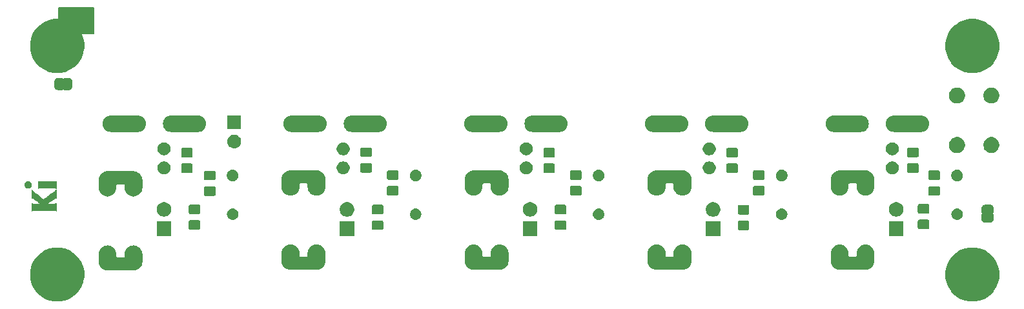
<source format=gbr>
G04 #@! TF.GenerationSoftware,KiCad,Pcbnew,5.0.2+dfsg1-1*
G04 #@! TF.CreationDate,2020-06-21T14:15:28-04:00*
G04 #@! TF.ProjectId,powerpoledist,706f7765-7270-46f6-9c65-646973742e6b,rev?*
G04 #@! TF.SameCoordinates,Original*
G04 #@! TF.FileFunction,Soldermask,Top*
G04 #@! TF.FilePolarity,Negative*
%FSLAX46Y46*%
G04 Gerber Fmt 4.6, Leading zero omitted, Abs format (unit mm)*
G04 Created by KiCad (PCBNEW 5.0.2+dfsg1-1) date Sun 21 Jun 2020 02:15:28 PM EDT*
%MOMM*%
%LPD*%
G01*
G04 APERTURE LIST*
%ADD10C,0.150000*%
%ADD11C,0.010000*%
%ADD12C,0.020000*%
G04 APERTURE END LIST*
D10*
G36*
X90800000Y-48000000D02*
X90800000Y-51400000D01*
X86200000Y-51400000D01*
X86200000Y-48000000D01*
X90800000Y-48000000D01*
G37*
X90800000Y-48000000D02*
X90800000Y-51400000D01*
X86200000Y-51400000D01*
X86200000Y-48000000D01*
X90800000Y-48000000D01*
D11*
G04 #@! TO.C,REF\002A\002A*
G36*
X81725960Y-71044059D02*
X81792395Y-70926455D01*
X81895045Y-70832977D01*
X81981124Y-70789188D01*
X82119614Y-70758578D01*
X82257591Y-70767679D01*
X82379084Y-70815027D01*
X82397850Y-70827412D01*
X82485408Y-70917851D01*
X82545553Y-71036729D01*
X82575418Y-71169667D01*
X82572134Y-71302287D01*
X82532832Y-71420210D01*
X82520244Y-71440994D01*
X82441394Y-71523263D01*
X82332770Y-71591086D01*
X82215295Y-71633253D01*
X82145799Y-71641600D01*
X82036575Y-71622326D01*
X81922110Y-71571810D01*
X81823158Y-71501018D01*
X81774295Y-71445358D01*
X81713876Y-71313139D01*
X81698776Y-71176163D01*
X81725960Y-71044059D01*
X81725960Y-71044059D01*
G37*
X81725960Y-71044059D02*
X81792395Y-70926455D01*
X81895045Y-70832977D01*
X81981124Y-70789188D01*
X82119614Y-70758578D01*
X82257591Y-70767679D01*
X82379084Y-70815027D01*
X82397850Y-70827412D01*
X82485408Y-70917851D01*
X82545553Y-71036729D01*
X82575418Y-71169667D01*
X82572134Y-71302287D01*
X82532832Y-71420210D01*
X82520244Y-71440994D01*
X82441394Y-71523263D01*
X82332770Y-71591086D01*
X82215295Y-71633253D01*
X82145799Y-71641600D01*
X82036575Y-71622326D01*
X81922110Y-71571810D01*
X81823158Y-71501018D01*
X81774295Y-71445358D01*
X81713876Y-71313139D01*
X81698776Y-71176163D01*
X81725960Y-71044059D01*
G36*
X84592045Y-70803400D02*
X84863528Y-70803179D01*
X85088618Y-70802417D01*
X85271721Y-70800974D01*
X85417240Y-70798706D01*
X85529583Y-70795469D01*
X85613155Y-70791122D01*
X85672359Y-70785520D01*
X85711603Y-70778522D01*
X85735292Y-70769984D01*
X85741395Y-70766108D01*
X85778943Y-70739822D01*
X85807085Y-70729109D01*
X85827174Y-70739290D01*
X85840563Y-70775688D01*
X85848605Y-70843624D01*
X85852653Y-70948422D01*
X85854060Y-71095402D01*
X85854200Y-71209800D01*
X85853515Y-71360082D01*
X85851608Y-71491273D01*
X85848702Y-71595573D01*
X85845017Y-71665181D01*
X85840776Y-71692295D01*
X85840488Y-71692400D01*
X85811454Y-71681845D01*
X85754509Y-71655274D01*
X85727200Y-71641600D01*
X85699760Y-71628734D01*
X85669394Y-71618241D01*
X85630920Y-71609880D01*
X85579155Y-71603409D01*
X85508918Y-71598589D01*
X85415027Y-71595178D01*
X85292301Y-71592935D01*
X85135559Y-71591619D01*
X84939617Y-71590990D01*
X84699296Y-71590805D01*
X84634750Y-71590800D01*
X84377269Y-71591053D01*
X84165749Y-71591929D01*
X83995351Y-71593604D01*
X83861238Y-71596252D01*
X83758571Y-71600050D01*
X83682513Y-71605173D01*
X83628226Y-71611797D01*
X83590872Y-71620097D01*
X83566938Y-71629553D01*
X83492000Y-71668305D01*
X83492000Y-70803400D01*
X84592045Y-70803400D01*
X84592045Y-70803400D01*
G37*
X84592045Y-70803400D02*
X84863528Y-70803179D01*
X85088618Y-70802417D01*
X85271721Y-70800974D01*
X85417240Y-70798706D01*
X85529583Y-70795469D01*
X85613155Y-70791122D01*
X85672359Y-70785520D01*
X85711603Y-70778522D01*
X85735292Y-70769984D01*
X85741395Y-70766108D01*
X85778943Y-70739822D01*
X85807085Y-70729109D01*
X85827174Y-70739290D01*
X85840563Y-70775688D01*
X85848605Y-70843624D01*
X85852653Y-70948422D01*
X85854060Y-71095402D01*
X85854200Y-71209800D01*
X85853515Y-71360082D01*
X85851608Y-71491273D01*
X85848702Y-71595573D01*
X85845017Y-71665181D01*
X85840776Y-71692295D01*
X85840488Y-71692400D01*
X85811454Y-71681845D01*
X85754509Y-71655274D01*
X85727200Y-71641600D01*
X85699760Y-71628734D01*
X85669394Y-71618241D01*
X85630920Y-71609880D01*
X85579155Y-71603409D01*
X85508918Y-71598589D01*
X85415027Y-71595178D01*
X85292301Y-71592935D01*
X85135559Y-71591619D01*
X84939617Y-71590990D01*
X84699296Y-71590805D01*
X84634750Y-71590800D01*
X84377269Y-71591053D01*
X84165749Y-71591929D01*
X83995351Y-71593604D01*
X83861238Y-71596252D01*
X83758571Y-71600050D01*
X83682513Y-71605173D01*
X83628226Y-71611797D01*
X83590872Y-71620097D01*
X83566938Y-71629553D01*
X83492000Y-71668305D01*
X83492000Y-70803400D01*
X84592045Y-70803400D01*
G36*
X82628400Y-72386253D02*
X82628400Y-71840941D01*
X82829787Y-72039721D01*
X83192691Y-72369429D01*
X83466815Y-72583849D01*
X83570400Y-72662297D01*
X83690529Y-72756856D01*
X83814202Y-72856950D01*
X83928419Y-72952002D01*
X84020181Y-73031434D01*
X84047760Y-73056532D01*
X84135212Y-73137964D01*
X84226356Y-73068006D01*
X84415604Y-72932564D01*
X84555050Y-72845022D01*
X84637286Y-72790152D01*
X84716612Y-72728876D01*
X84722607Y-72723727D01*
X84805581Y-72654778D01*
X84908137Y-72574253D01*
X85018288Y-72491058D01*
X85124047Y-72414098D01*
X85213425Y-72352281D01*
X85270547Y-72316624D01*
X85323596Y-72281543D01*
X85402062Y-72223014D01*
X85493252Y-72151180D01*
X85584472Y-72076185D01*
X85663032Y-72008172D01*
X85702020Y-71971800D01*
X85728081Y-71947911D01*
X85775406Y-71905637D01*
X85784570Y-71897523D01*
X85854200Y-71835945D01*
X85854200Y-72962400D01*
X85775923Y-72962400D01*
X85699395Y-72979163D01*
X85594149Y-73026393D01*
X85468239Y-73099507D01*
X85329716Y-73193919D01*
X85215533Y-73281458D01*
X85123313Y-73352732D01*
X85032269Y-73418053D01*
X84959535Y-73465223D01*
X84948833Y-73471329D01*
X84882434Y-73511371D01*
X84834284Y-73546658D01*
X84825500Y-73555301D01*
X84786816Y-73589862D01*
X84730250Y-73630085D01*
X84682093Y-73667774D01*
X84660487Y-73698285D01*
X84660400Y-73699586D01*
X84685091Y-73708462D01*
X84756381Y-73715582D01*
X84870092Y-73720736D01*
X85022044Y-73723717D01*
X85156961Y-73724400D01*
X85336263Y-73723716D01*
X85472270Y-73721305D01*
X85572475Y-73716625D01*
X85644369Y-73709137D01*
X85695443Y-73698302D01*
X85733188Y-73683579D01*
X85734811Y-73682756D01*
X85794491Y-73647283D01*
X85832618Y-73615777D01*
X85834761Y-73612906D01*
X85840323Y-73628403D01*
X85845262Y-73687753D01*
X85849312Y-73784014D01*
X85852207Y-73910241D01*
X85853682Y-74059489D01*
X85853811Y-74111206D01*
X85854200Y-74637711D01*
X85784350Y-74608032D01*
X85725758Y-74579859D01*
X85690370Y-74557776D01*
X85661142Y-74553943D01*
X85585781Y-74550343D01*
X85468951Y-74547041D01*
X85315317Y-74544104D01*
X85129546Y-74541601D01*
X84916302Y-74539596D01*
X84680251Y-74538158D01*
X84426059Y-74537353D01*
X84254290Y-74537201D01*
X83950311Y-74537259D01*
X83692912Y-74537530D01*
X83477874Y-74538154D01*
X83300978Y-74539274D01*
X83158004Y-74541031D01*
X83044733Y-74543567D01*
X82956945Y-74547024D01*
X82890421Y-74551543D01*
X82840941Y-74557267D01*
X82804286Y-74564338D01*
X82776237Y-74572896D01*
X82752574Y-74583084D01*
X82742699Y-74588001D01*
X82680869Y-74618756D01*
X82641660Y-74636810D01*
X82635729Y-74638801D01*
X82633507Y-74614665D01*
X82631556Y-74547312D01*
X82629984Y-74444328D01*
X82628901Y-74313294D01*
X82628415Y-74161795D01*
X82628400Y-74128083D01*
X82628664Y-73954940D01*
X82629831Y-73826371D01*
X82632464Y-73736154D01*
X82637123Y-73678063D01*
X82644372Y-73645876D01*
X82654772Y-73633368D01*
X82668885Y-73634314D01*
X82672850Y-73635836D01*
X82761673Y-73669195D01*
X82850181Y-73693261D01*
X82949141Y-73709420D01*
X83069321Y-73719058D01*
X83221488Y-73723560D01*
X83361088Y-73724400D01*
X83780904Y-73724401D01*
X83707900Y-73648201D01*
X83657557Y-73600587D01*
X83620278Y-73574006D01*
X83613483Y-73572000D01*
X83587550Y-73556863D01*
X83534128Y-73517372D01*
X83464145Y-73462412D01*
X83388529Y-73400868D01*
X83318209Y-73341623D01*
X83264114Y-73293561D01*
X83238000Y-73266761D01*
X83210734Y-73244439D01*
X83154630Y-73206064D01*
X83111000Y-73178198D01*
X83023298Y-73119995D01*
X82936698Y-73057049D01*
X82908362Y-73034701D01*
X82841736Y-72989987D01*
X82780643Y-72964592D01*
X82764390Y-72962400D01*
X82720677Y-72961878D01*
X82687502Y-72956209D01*
X82663412Y-72939238D01*
X82646955Y-72904811D01*
X82636677Y-72846774D01*
X82631127Y-72758972D01*
X82628851Y-72635250D01*
X82628396Y-72469455D01*
X82628400Y-72386253D01*
X82628400Y-72386253D01*
G37*
X82628400Y-72386253D02*
X82628400Y-71840941D01*
X82829787Y-72039721D01*
X83192691Y-72369429D01*
X83466815Y-72583849D01*
X83570400Y-72662297D01*
X83690529Y-72756856D01*
X83814202Y-72856950D01*
X83928419Y-72952002D01*
X84020181Y-73031434D01*
X84047760Y-73056532D01*
X84135212Y-73137964D01*
X84226356Y-73068006D01*
X84415604Y-72932564D01*
X84555050Y-72845022D01*
X84637286Y-72790152D01*
X84716612Y-72728876D01*
X84722607Y-72723727D01*
X84805581Y-72654778D01*
X84908137Y-72574253D01*
X85018288Y-72491058D01*
X85124047Y-72414098D01*
X85213425Y-72352281D01*
X85270547Y-72316624D01*
X85323596Y-72281543D01*
X85402062Y-72223014D01*
X85493252Y-72151180D01*
X85584472Y-72076185D01*
X85663032Y-72008172D01*
X85702020Y-71971800D01*
X85728081Y-71947911D01*
X85775406Y-71905637D01*
X85784570Y-71897523D01*
X85854200Y-71835945D01*
X85854200Y-72962400D01*
X85775923Y-72962400D01*
X85699395Y-72979163D01*
X85594149Y-73026393D01*
X85468239Y-73099507D01*
X85329716Y-73193919D01*
X85215533Y-73281458D01*
X85123313Y-73352732D01*
X85032269Y-73418053D01*
X84959535Y-73465223D01*
X84948833Y-73471329D01*
X84882434Y-73511371D01*
X84834284Y-73546658D01*
X84825500Y-73555301D01*
X84786816Y-73589862D01*
X84730250Y-73630085D01*
X84682093Y-73667774D01*
X84660487Y-73698285D01*
X84660400Y-73699586D01*
X84685091Y-73708462D01*
X84756381Y-73715582D01*
X84870092Y-73720736D01*
X85022044Y-73723717D01*
X85156961Y-73724400D01*
X85336263Y-73723716D01*
X85472270Y-73721305D01*
X85572475Y-73716625D01*
X85644369Y-73709137D01*
X85695443Y-73698302D01*
X85733188Y-73683579D01*
X85734811Y-73682756D01*
X85794491Y-73647283D01*
X85832618Y-73615777D01*
X85834761Y-73612906D01*
X85840323Y-73628403D01*
X85845262Y-73687753D01*
X85849312Y-73784014D01*
X85852207Y-73910241D01*
X85853682Y-74059489D01*
X85853811Y-74111206D01*
X85854200Y-74637711D01*
X85784350Y-74608032D01*
X85725758Y-74579859D01*
X85690370Y-74557776D01*
X85661142Y-74553943D01*
X85585781Y-74550343D01*
X85468951Y-74547041D01*
X85315317Y-74544104D01*
X85129546Y-74541601D01*
X84916302Y-74539596D01*
X84680251Y-74538158D01*
X84426059Y-74537353D01*
X84254290Y-74537201D01*
X83950311Y-74537259D01*
X83692912Y-74537530D01*
X83477874Y-74538154D01*
X83300978Y-74539274D01*
X83158004Y-74541031D01*
X83044733Y-74543567D01*
X82956945Y-74547024D01*
X82890421Y-74551543D01*
X82840941Y-74557267D01*
X82804286Y-74564338D01*
X82776237Y-74572896D01*
X82752574Y-74583084D01*
X82742699Y-74588001D01*
X82680869Y-74618756D01*
X82641660Y-74636810D01*
X82635729Y-74638801D01*
X82633507Y-74614665D01*
X82631556Y-74547312D01*
X82629984Y-74444328D01*
X82628901Y-74313294D01*
X82628415Y-74161795D01*
X82628400Y-74128083D01*
X82628664Y-73954940D01*
X82629831Y-73826371D01*
X82632464Y-73736154D01*
X82637123Y-73678063D01*
X82644372Y-73645876D01*
X82654772Y-73633368D01*
X82668885Y-73634314D01*
X82672850Y-73635836D01*
X82761673Y-73669195D01*
X82850181Y-73693261D01*
X82949141Y-73709420D01*
X83069321Y-73719058D01*
X83221488Y-73723560D01*
X83361088Y-73724400D01*
X83780904Y-73724401D01*
X83707900Y-73648201D01*
X83657557Y-73600587D01*
X83620278Y-73574006D01*
X83613483Y-73572000D01*
X83587550Y-73556863D01*
X83534128Y-73517372D01*
X83464145Y-73462412D01*
X83388529Y-73400868D01*
X83318209Y-73341623D01*
X83264114Y-73293561D01*
X83238000Y-73266761D01*
X83210734Y-73244439D01*
X83154630Y-73206064D01*
X83111000Y-73178198D01*
X83023298Y-73119995D01*
X82936698Y-73057049D01*
X82908362Y-73034701D01*
X82841736Y-72989987D01*
X82780643Y-72964592D01*
X82764390Y-72962400D01*
X82720677Y-72961878D01*
X82687502Y-72956209D01*
X82663412Y-72939238D01*
X82646955Y-72904811D01*
X82636677Y-72846774D01*
X82631127Y-72758972D01*
X82628851Y-72635250D01*
X82628396Y-72469455D01*
X82628400Y-72386253D01*
D12*
G36*
X207035786Y-79585462D02*
X207035788Y-79585463D01*
X207035789Y-79585463D01*
X207682029Y-79853144D01*
X208088088Y-80124464D01*
X208263634Y-80241760D01*
X208758240Y-80736366D01*
X208758242Y-80736369D01*
X209146856Y-81317971D01*
X209413419Y-81961512D01*
X209414538Y-81964214D01*
X209551000Y-82650256D01*
X209551000Y-83349744D01*
X209534307Y-83433668D01*
X209414537Y-84035789D01*
X209146856Y-84682029D01*
X208806551Y-85191332D01*
X208758240Y-85263634D01*
X208263634Y-85758240D01*
X208263631Y-85758242D01*
X207682029Y-86146856D01*
X207035789Y-86414537D01*
X207035788Y-86414537D01*
X207035786Y-86414538D01*
X206349744Y-86551000D01*
X205650256Y-86551000D01*
X204964214Y-86414538D01*
X204964212Y-86414537D01*
X204964211Y-86414537D01*
X204317971Y-86146856D01*
X203736369Y-85758242D01*
X203736366Y-85758240D01*
X203241760Y-85263634D01*
X203193449Y-85191332D01*
X202853144Y-84682029D01*
X202585463Y-84035789D01*
X202465694Y-83433668D01*
X202449000Y-83349744D01*
X202449000Y-82650256D01*
X202585462Y-81964214D01*
X202586581Y-81961512D01*
X202853144Y-81317971D01*
X203241758Y-80736369D01*
X203241760Y-80736366D01*
X203736366Y-80241760D01*
X203911912Y-80124464D01*
X204317971Y-79853144D01*
X204964211Y-79585463D01*
X204964212Y-79585463D01*
X204964214Y-79585462D01*
X205650256Y-79449000D01*
X206349744Y-79449000D01*
X207035786Y-79585462D01*
X207035786Y-79585462D01*
G37*
G36*
X87035786Y-79585462D02*
X87035788Y-79585463D01*
X87035789Y-79585463D01*
X87682029Y-79853144D01*
X88088088Y-80124464D01*
X88263634Y-80241760D01*
X88758240Y-80736366D01*
X88758242Y-80736369D01*
X89146856Y-81317971D01*
X89413419Y-81961512D01*
X89414538Y-81964214D01*
X89551000Y-82650256D01*
X89551000Y-83349744D01*
X89534307Y-83433668D01*
X89414537Y-84035789D01*
X89146856Y-84682029D01*
X88806551Y-85191332D01*
X88758240Y-85263634D01*
X88263634Y-85758240D01*
X88263631Y-85758242D01*
X87682029Y-86146856D01*
X87035789Y-86414537D01*
X87035788Y-86414537D01*
X87035786Y-86414538D01*
X86349744Y-86551000D01*
X85650256Y-86551000D01*
X84964214Y-86414538D01*
X84964212Y-86414537D01*
X84964211Y-86414537D01*
X84317971Y-86146856D01*
X83736369Y-85758242D01*
X83736366Y-85758240D01*
X83241760Y-85263634D01*
X83193449Y-85191332D01*
X82853144Y-84682029D01*
X82585463Y-84035789D01*
X82465694Y-83433668D01*
X82449000Y-83349744D01*
X82449000Y-82650256D01*
X82585462Y-81964214D01*
X82586581Y-81961512D01*
X82853144Y-81317971D01*
X83241758Y-80736369D01*
X83241760Y-80736366D01*
X83736366Y-80241760D01*
X83911912Y-80124464D01*
X84317971Y-79853144D01*
X84964211Y-79585463D01*
X84964212Y-79585463D01*
X84964214Y-79585462D01*
X85650256Y-79449000D01*
X86349744Y-79449000D01*
X87035786Y-79585462D01*
X87035786Y-79585462D01*
G37*
G36*
X96230536Y-79196016D02*
X96452213Y-79263261D01*
X96656512Y-79372461D01*
X96835581Y-79519419D01*
X96982539Y-79698488D01*
X97091739Y-79902787D01*
X97158984Y-80124464D01*
X97176000Y-80297230D01*
X97176000Y-81362771D01*
X97158984Y-81535536D01*
X97091739Y-81757213D01*
X96982539Y-81961512D01*
X96835581Y-82140581D01*
X96656511Y-82287539D01*
X96452212Y-82396739D01*
X96230535Y-82463984D01*
X96163746Y-82470562D01*
X96139714Y-82475343D01*
X96126056Y-82481000D01*
X96063904Y-82481000D01*
X96051665Y-82481601D01*
X96000000Y-82486690D01*
X95948335Y-82481601D01*
X95936095Y-82481000D01*
X92663904Y-82481000D01*
X92651665Y-82481601D01*
X92600000Y-82486690D01*
X92548335Y-82481601D01*
X92536095Y-82481000D01*
X92474688Y-82481000D01*
X92471835Y-82479475D01*
X92436254Y-82470562D01*
X92369464Y-82463984D01*
X92147787Y-82396739D01*
X91943488Y-82287539D01*
X91764419Y-82140581D01*
X91617461Y-81961511D01*
X91508261Y-81757212D01*
X91441016Y-81535535D01*
X91424000Y-81362770D01*
X91424000Y-80297229D01*
X91441016Y-80124464D01*
X91508261Y-79902787D01*
X91617462Y-79698488D01*
X91764420Y-79519419D01*
X91943489Y-79372461D01*
X92147788Y-79263261D01*
X92369465Y-79196016D01*
X92600000Y-79173310D01*
X92830536Y-79196016D01*
X93052213Y-79263261D01*
X93256512Y-79372461D01*
X93435581Y-79519419D01*
X93582539Y-79698488D01*
X93691739Y-79902787D01*
X93758984Y-80124464D01*
X93776000Y-80297230D01*
X93776000Y-80654000D01*
X93778402Y-80678386D01*
X93785515Y-80701835D01*
X93797066Y-80723446D01*
X93812612Y-80742388D01*
X93831554Y-80757934D01*
X93853165Y-80769485D01*
X93876614Y-80776598D01*
X93901000Y-80779000D01*
X94699000Y-80779000D01*
X94723386Y-80776598D01*
X94746835Y-80769485D01*
X94768446Y-80757934D01*
X94787388Y-80742388D01*
X94802934Y-80723446D01*
X94814485Y-80701835D01*
X94821598Y-80678386D01*
X94824000Y-80654000D01*
X94824000Y-80297229D01*
X94841016Y-80124464D01*
X94908261Y-79902787D01*
X95017462Y-79698488D01*
X95164420Y-79519419D01*
X95343489Y-79372461D01*
X95547788Y-79263261D01*
X95769465Y-79196016D01*
X96000000Y-79173310D01*
X96230536Y-79196016D01*
X96230536Y-79196016D01*
G37*
G36*
X168230536Y-79096016D02*
X168452213Y-79163261D01*
X168656512Y-79272461D01*
X168835581Y-79419419D01*
X168982539Y-79598488D01*
X169091739Y-79802787D01*
X169158984Y-80024464D01*
X169176000Y-80197230D01*
X169176000Y-81262771D01*
X169158984Y-81435536D01*
X169091739Y-81657213D01*
X168982539Y-81861512D01*
X168835581Y-82040581D01*
X168656511Y-82187539D01*
X168452212Y-82296739D01*
X168230535Y-82363984D01*
X168163746Y-82370562D01*
X168139714Y-82375343D01*
X168126056Y-82381000D01*
X168063904Y-82381000D01*
X168051665Y-82381601D01*
X168000000Y-82386690D01*
X167948335Y-82381601D01*
X167936095Y-82381000D01*
X164663904Y-82381000D01*
X164651665Y-82381601D01*
X164600000Y-82386690D01*
X164548335Y-82381601D01*
X164536095Y-82381000D01*
X164474688Y-82381000D01*
X164471835Y-82379475D01*
X164436254Y-82370562D01*
X164369464Y-82363984D01*
X164147787Y-82296739D01*
X163943488Y-82187539D01*
X163764419Y-82040581D01*
X163617461Y-81861511D01*
X163508261Y-81657212D01*
X163441016Y-81435535D01*
X163424000Y-81262770D01*
X163424000Y-80197229D01*
X163441016Y-80024464D01*
X163508261Y-79802787D01*
X163617462Y-79598488D01*
X163764420Y-79419419D01*
X163943489Y-79272461D01*
X164147788Y-79163261D01*
X164369465Y-79096016D01*
X164600000Y-79073310D01*
X164830536Y-79096016D01*
X165052213Y-79163261D01*
X165256512Y-79272461D01*
X165435581Y-79419419D01*
X165582539Y-79598488D01*
X165691739Y-79802787D01*
X165758984Y-80024464D01*
X165776000Y-80197230D01*
X165776000Y-80554000D01*
X165778402Y-80578386D01*
X165785515Y-80601835D01*
X165797066Y-80623446D01*
X165812612Y-80642388D01*
X165831554Y-80657934D01*
X165853165Y-80669485D01*
X165876614Y-80676598D01*
X165901000Y-80679000D01*
X166699000Y-80679000D01*
X166723386Y-80676598D01*
X166746835Y-80669485D01*
X166768446Y-80657934D01*
X166787388Y-80642388D01*
X166802934Y-80623446D01*
X166814485Y-80601835D01*
X166821598Y-80578386D01*
X166824000Y-80554000D01*
X166824000Y-80197229D01*
X166841016Y-80024464D01*
X166908261Y-79802787D01*
X167017462Y-79598488D01*
X167164420Y-79419419D01*
X167343489Y-79272461D01*
X167547788Y-79163261D01*
X167769465Y-79096016D01*
X168000000Y-79073310D01*
X168230536Y-79096016D01*
X168230536Y-79096016D01*
G37*
G36*
X120230536Y-79096016D02*
X120452213Y-79163261D01*
X120656512Y-79272461D01*
X120835581Y-79419419D01*
X120982539Y-79598488D01*
X121091739Y-79802787D01*
X121158984Y-80024464D01*
X121176000Y-80197230D01*
X121176000Y-81262771D01*
X121158984Y-81435536D01*
X121091739Y-81657213D01*
X120982539Y-81861512D01*
X120835581Y-82040581D01*
X120656511Y-82187539D01*
X120452212Y-82296739D01*
X120230535Y-82363984D01*
X120163746Y-82370562D01*
X120139714Y-82375343D01*
X120126056Y-82381000D01*
X120063904Y-82381000D01*
X120051665Y-82381601D01*
X120000000Y-82386690D01*
X119948335Y-82381601D01*
X119936095Y-82381000D01*
X116663904Y-82381000D01*
X116651665Y-82381601D01*
X116600000Y-82386690D01*
X116548335Y-82381601D01*
X116536095Y-82381000D01*
X116474688Y-82381000D01*
X116471835Y-82379475D01*
X116436254Y-82370562D01*
X116369464Y-82363984D01*
X116147787Y-82296739D01*
X115943488Y-82187539D01*
X115764419Y-82040581D01*
X115617461Y-81861511D01*
X115508261Y-81657212D01*
X115441016Y-81435535D01*
X115424000Y-81262770D01*
X115424000Y-80197229D01*
X115441016Y-80024464D01*
X115508261Y-79802787D01*
X115617462Y-79598488D01*
X115764420Y-79419419D01*
X115943489Y-79272461D01*
X116147788Y-79163261D01*
X116369465Y-79096016D01*
X116600000Y-79073310D01*
X116830536Y-79096016D01*
X117052213Y-79163261D01*
X117256512Y-79272461D01*
X117435581Y-79419419D01*
X117582539Y-79598488D01*
X117691739Y-79802787D01*
X117758984Y-80024464D01*
X117776000Y-80197230D01*
X117776000Y-80554000D01*
X117778402Y-80578386D01*
X117785515Y-80601835D01*
X117797066Y-80623446D01*
X117812612Y-80642388D01*
X117831554Y-80657934D01*
X117853165Y-80669485D01*
X117876614Y-80676598D01*
X117901000Y-80679000D01*
X118699000Y-80679000D01*
X118723386Y-80676598D01*
X118746835Y-80669485D01*
X118768446Y-80657934D01*
X118787388Y-80642388D01*
X118802934Y-80623446D01*
X118814485Y-80601835D01*
X118821598Y-80578386D01*
X118824000Y-80554000D01*
X118824000Y-80197229D01*
X118841016Y-80024464D01*
X118908261Y-79802787D01*
X119017462Y-79598488D01*
X119164420Y-79419419D01*
X119343489Y-79272461D01*
X119547788Y-79163261D01*
X119769465Y-79096016D01*
X120000000Y-79073310D01*
X120230536Y-79096016D01*
X120230536Y-79096016D01*
G37*
G36*
X144230536Y-79096016D02*
X144452213Y-79163261D01*
X144656512Y-79272461D01*
X144835581Y-79419419D01*
X144982539Y-79598488D01*
X145091739Y-79802787D01*
X145158984Y-80024464D01*
X145176000Y-80197230D01*
X145176000Y-81262771D01*
X145158984Y-81435536D01*
X145091739Y-81657213D01*
X144982539Y-81861512D01*
X144835581Y-82040581D01*
X144656511Y-82187539D01*
X144452212Y-82296739D01*
X144230535Y-82363984D01*
X144163746Y-82370562D01*
X144139714Y-82375343D01*
X144126056Y-82381000D01*
X144063904Y-82381000D01*
X144051665Y-82381601D01*
X144000000Y-82386690D01*
X143948335Y-82381601D01*
X143936095Y-82381000D01*
X140663904Y-82381000D01*
X140651665Y-82381601D01*
X140600000Y-82386690D01*
X140548335Y-82381601D01*
X140536095Y-82381000D01*
X140474688Y-82381000D01*
X140471835Y-82379475D01*
X140436254Y-82370562D01*
X140369464Y-82363984D01*
X140147787Y-82296739D01*
X139943488Y-82187539D01*
X139764419Y-82040581D01*
X139617461Y-81861511D01*
X139508261Y-81657212D01*
X139441016Y-81435535D01*
X139424000Y-81262770D01*
X139424000Y-80197229D01*
X139441016Y-80024464D01*
X139508261Y-79802787D01*
X139617462Y-79598488D01*
X139764420Y-79419419D01*
X139943489Y-79272461D01*
X140147788Y-79163261D01*
X140369465Y-79096016D01*
X140600000Y-79073310D01*
X140830536Y-79096016D01*
X141052213Y-79163261D01*
X141256512Y-79272461D01*
X141435581Y-79419419D01*
X141582539Y-79598488D01*
X141691739Y-79802787D01*
X141758984Y-80024464D01*
X141776000Y-80197230D01*
X141776000Y-80554000D01*
X141778402Y-80578386D01*
X141785515Y-80601835D01*
X141797066Y-80623446D01*
X141812612Y-80642388D01*
X141831554Y-80657934D01*
X141853165Y-80669485D01*
X141876614Y-80676598D01*
X141901000Y-80679000D01*
X142699000Y-80679000D01*
X142723386Y-80676598D01*
X142746835Y-80669485D01*
X142768446Y-80657934D01*
X142787388Y-80642388D01*
X142802934Y-80623446D01*
X142814485Y-80601835D01*
X142821598Y-80578386D01*
X142824000Y-80554000D01*
X142824000Y-80197229D01*
X142841016Y-80024464D01*
X142908261Y-79802787D01*
X143017462Y-79598488D01*
X143164420Y-79419419D01*
X143343489Y-79272461D01*
X143547788Y-79163261D01*
X143769465Y-79096016D01*
X144000000Y-79073310D01*
X144230536Y-79096016D01*
X144230536Y-79096016D01*
G37*
G36*
X192230536Y-79096016D02*
X192452213Y-79163261D01*
X192656512Y-79272461D01*
X192835581Y-79419419D01*
X192982539Y-79598488D01*
X193091739Y-79802787D01*
X193158984Y-80024464D01*
X193176000Y-80197230D01*
X193176000Y-81262771D01*
X193158984Y-81435536D01*
X193091739Y-81657213D01*
X192982539Y-81861512D01*
X192835581Y-82040581D01*
X192656511Y-82187539D01*
X192452212Y-82296739D01*
X192230535Y-82363984D01*
X192163746Y-82370562D01*
X192139714Y-82375343D01*
X192126056Y-82381000D01*
X192063904Y-82381000D01*
X192051665Y-82381601D01*
X192000000Y-82386690D01*
X191948335Y-82381601D01*
X191936095Y-82381000D01*
X188663904Y-82381000D01*
X188651665Y-82381601D01*
X188600000Y-82386690D01*
X188548335Y-82381601D01*
X188536095Y-82381000D01*
X188474688Y-82381000D01*
X188471835Y-82379475D01*
X188436254Y-82370562D01*
X188369464Y-82363984D01*
X188147787Y-82296739D01*
X187943488Y-82187539D01*
X187764419Y-82040581D01*
X187617461Y-81861511D01*
X187508261Y-81657212D01*
X187441016Y-81435535D01*
X187424000Y-81262770D01*
X187424000Y-80197229D01*
X187441016Y-80024464D01*
X187508261Y-79802787D01*
X187617462Y-79598488D01*
X187764420Y-79419419D01*
X187943489Y-79272461D01*
X188147788Y-79163261D01*
X188369465Y-79096016D01*
X188600000Y-79073310D01*
X188830536Y-79096016D01*
X189052213Y-79163261D01*
X189256512Y-79272461D01*
X189435581Y-79419419D01*
X189582539Y-79598488D01*
X189691739Y-79802787D01*
X189758984Y-80024464D01*
X189776000Y-80197230D01*
X189776000Y-80554000D01*
X189778402Y-80578386D01*
X189785515Y-80601835D01*
X189797066Y-80623446D01*
X189812612Y-80642388D01*
X189831554Y-80657934D01*
X189853165Y-80669485D01*
X189876614Y-80676598D01*
X189901000Y-80679000D01*
X190699000Y-80679000D01*
X190723386Y-80676598D01*
X190746835Y-80669485D01*
X190768446Y-80657934D01*
X190787388Y-80642388D01*
X190802934Y-80623446D01*
X190814485Y-80601835D01*
X190821598Y-80578386D01*
X190824000Y-80554000D01*
X190824000Y-80197229D01*
X190841016Y-80024464D01*
X190908261Y-79802787D01*
X191017462Y-79598488D01*
X191164420Y-79419419D01*
X191343489Y-79272461D01*
X191547788Y-79163261D01*
X191769465Y-79096016D01*
X192000000Y-79073310D01*
X192230536Y-79096016D01*
X192230536Y-79096016D01*
G37*
G36*
X196951000Y-77951000D02*
X195049000Y-77951000D01*
X195049000Y-76049000D01*
X196951000Y-76049000D01*
X196951000Y-77951000D01*
X196951000Y-77951000D01*
G37*
G36*
X172951000Y-77951000D02*
X171049000Y-77951000D01*
X171049000Y-76049000D01*
X172951000Y-76049000D01*
X172951000Y-77951000D01*
X172951000Y-77951000D01*
G37*
G36*
X148951000Y-77951000D02*
X147049000Y-77951000D01*
X147049000Y-76049000D01*
X148951000Y-76049000D01*
X148951000Y-77951000D01*
X148951000Y-77951000D01*
G37*
G36*
X100951000Y-77951000D02*
X99049000Y-77951000D01*
X99049000Y-76049000D01*
X100951000Y-76049000D01*
X100951000Y-77951000D01*
X100951000Y-77951000D01*
G37*
G36*
X124951000Y-77951000D02*
X123049000Y-77951000D01*
X123049000Y-76049000D01*
X124951000Y-76049000D01*
X124951000Y-77951000D01*
X124951000Y-77951000D01*
G37*
G36*
X176588677Y-75928465D02*
X176626364Y-75939898D01*
X176661103Y-75958466D01*
X176691548Y-75983452D01*
X176716534Y-76013897D01*
X176735102Y-76048636D01*
X176746535Y-76086323D01*
X176751000Y-76131661D01*
X176751000Y-76968339D01*
X176746535Y-77013677D01*
X176735102Y-77051364D01*
X176716534Y-77086103D01*
X176691548Y-77116548D01*
X176661103Y-77141534D01*
X176626364Y-77160102D01*
X176588677Y-77171535D01*
X176543339Y-77176000D01*
X175456661Y-77176000D01*
X175411323Y-77171535D01*
X175373636Y-77160102D01*
X175338897Y-77141534D01*
X175308452Y-77116548D01*
X175283466Y-77086103D01*
X175264898Y-77051364D01*
X175253465Y-77013677D01*
X175249000Y-76968339D01*
X175249000Y-76131661D01*
X175253465Y-76086323D01*
X175264898Y-76048636D01*
X175283466Y-76013897D01*
X175308452Y-75983452D01*
X175338897Y-75958466D01*
X175373636Y-75939898D01*
X175411323Y-75928465D01*
X175456661Y-75924000D01*
X176543339Y-75924000D01*
X176588677Y-75928465D01*
X176588677Y-75928465D01*
G37*
G36*
X128588677Y-75903465D02*
X128626364Y-75914898D01*
X128661103Y-75933466D01*
X128691548Y-75958452D01*
X128716534Y-75988897D01*
X128735102Y-76023636D01*
X128746535Y-76061323D01*
X128751000Y-76106661D01*
X128751000Y-76943339D01*
X128746535Y-76988677D01*
X128735102Y-77026364D01*
X128716534Y-77061103D01*
X128691548Y-77091548D01*
X128661103Y-77116534D01*
X128626364Y-77135102D01*
X128588677Y-77146535D01*
X128543339Y-77151000D01*
X127456661Y-77151000D01*
X127411323Y-77146535D01*
X127373636Y-77135102D01*
X127338897Y-77116534D01*
X127308452Y-77091548D01*
X127283466Y-77061103D01*
X127264898Y-77026364D01*
X127253465Y-76988677D01*
X127249000Y-76943339D01*
X127249000Y-76106661D01*
X127253465Y-76061323D01*
X127264898Y-76023636D01*
X127283466Y-75988897D01*
X127308452Y-75958452D01*
X127338897Y-75933466D01*
X127373636Y-75914898D01*
X127411323Y-75903465D01*
X127456661Y-75899000D01*
X128543339Y-75899000D01*
X128588677Y-75903465D01*
X128588677Y-75903465D01*
G37*
G36*
X152588677Y-75903465D02*
X152626364Y-75914898D01*
X152661103Y-75933466D01*
X152691548Y-75958452D01*
X152716534Y-75988897D01*
X152735102Y-76023636D01*
X152746535Y-76061323D01*
X152751000Y-76106661D01*
X152751000Y-76943339D01*
X152746535Y-76988677D01*
X152735102Y-77026364D01*
X152716534Y-77061103D01*
X152691548Y-77091548D01*
X152661103Y-77116534D01*
X152626364Y-77135102D01*
X152588677Y-77146535D01*
X152543339Y-77151000D01*
X151456661Y-77151000D01*
X151411323Y-77146535D01*
X151373636Y-77135102D01*
X151338897Y-77116534D01*
X151308452Y-77091548D01*
X151283466Y-77061103D01*
X151264898Y-77026364D01*
X151253465Y-76988677D01*
X151249000Y-76943339D01*
X151249000Y-76106661D01*
X151253465Y-76061323D01*
X151264898Y-76023636D01*
X151283466Y-75988897D01*
X151308452Y-75958452D01*
X151338897Y-75933466D01*
X151373636Y-75914898D01*
X151411323Y-75903465D01*
X151456661Y-75899000D01*
X152543339Y-75899000D01*
X152588677Y-75903465D01*
X152588677Y-75903465D01*
G37*
G36*
X104588677Y-75878465D02*
X104626364Y-75889898D01*
X104661103Y-75908466D01*
X104691548Y-75933452D01*
X104716534Y-75963897D01*
X104735102Y-75998636D01*
X104746535Y-76036323D01*
X104751000Y-76081661D01*
X104751000Y-76918339D01*
X104746535Y-76963677D01*
X104735102Y-77001364D01*
X104716534Y-77036103D01*
X104691548Y-77066548D01*
X104661103Y-77091534D01*
X104626364Y-77110102D01*
X104588677Y-77121535D01*
X104543339Y-77126000D01*
X103456661Y-77126000D01*
X103411323Y-77121535D01*
X103373636Y-77110102D01*
X103338897Y-77091534D01*
X103308452Y-77066548D01*
X103283466Y-77036103D01*
X103264898Y-77001364D01*
X103253465Y-76963677D01*
X103249000Y-76918339D01*
X103249000Y-76081661D01*
X103253465Y-76036323D01*
X103264898Y-75998636D01*
X103283466Y-75963897D01*
X103308452Y-75933452D01*
X103338897Y-75908466D01*
X103373636Y-75889898D01*
X103411323Y-75878465D01*
X103456661Y-75874000D01*
X104543339Y-75874000D01*
X104588677Y-75878465D01*
X104588677Y-75878465D01*
G37*
G36*
X200188677Y-75803465D02*
X200226364Y-75814898D01*
X200261103Y-75833466D01*
X200291548Y-75858452D01*
X200316534Y-75888897D01*
X200335102Y-75923636D01*
X200346535Y-75961323D01*
X200351000Y-76006661D01*
X200351000Y-76843339D01*
X200346535Y-76888677D01*
X200335102Y-76926364D01*
X200316534Y-76961103D01*
X200291548Y-76991548D01*
X200261103Y-77016534D01*
X200226364Y-77035102D01*
X200188677Y-77046535D01*
X200143339Y-77051000D01*
X199056661Y-77051000D01*
X199011323Y-77046535D01*
X198973636Y-77035102D01*
X198938897Y-77016534D01*
X198908452Y-76991548D01*
X198883466Y-76961103D01*
X198864898Y-76926364D01*
X198853465Y-76888677D01*
X198849000Y-76843339D01*
X198849000Y-76006661D01*
X198853465Y-75961323D01*
X198864898Y-75923636D01*
X198883466Y-75888897D01*
X198908452Y-75858452D01*
X198938897Y-75833466D01*
X198973636Y-75814898D01*
X199011323Y-75803465D01*
X199056661Y-75799000D01*
X200143339Y-75799000D01*
X200188677Y-75803465D01*
X200188677Y-75803465D01*
G37*
G36*
X208262198Y-73799954D02*
X208274450Y-73800556D01*
X208292869Y-73800556D01*
X208315149Y-73802750D01*
X208399236Y-73819476D01*
X208420655Y-73825974D01*
X208499871Y-73858785D01*
X208519607Y-73869335D01*
X208590897Y-73916969D01*
X208608208Y-73931176D01*
X208668824Y-73991792D01*
X208683031Y-74009103D01*
X208730665Y-74080393D01*
X208741215Y-74100129D01*
X208774026Y-74179345D01*
X208780524Y-74200764D01*
X208797250Y-74284851D01*
X208799444Y-74307131D01*
X208799444Y-74325550D01*
X208800046Y-74337802D01*
X208801852Y-74356140D01*
X208801852Y-74843860D01*
X208800263Y-74859999D01*
X208797347Y-74869611D01*
X208792612Y-74878469D01*
X208786237Y-74886237D01*
X208773798Y-74896446D01*
X208763432Y-74903372D01*
X208746105Y-74920698D01*
X208732490Y-74941073D01*
X208723112Y-74963711D01*
X208718331Y-74987745D01*
X208718331Y-75012249D01*
X208723111Y-75036283D01*
X208732487Y-75058922D01*
X208746101Y-75079297D01*
X208763427Y-75096624D01*
X208773796Y-75103552D01*
X208786237Y-75113763D01*
X208792612Y-75121531D01*
X208797347Y-75130389D01*
X208800263Y-75140001D01*
X208801852Y-75156140D01*
X208801852Y-75643861D01*
X208800046Y-75662198D01*
X208799444Y-75674450D01*
X208799444Y-75692869D01*
X208797250Y-75715149D01*
X208780524Y-75799236D01*
X208774026Y-75820655D01*
X208741215Y-75899871D01*
X208730665Y-75919607D01*
X208683031Y-75990897D01*
X208668824Y-76008208D01*
X208608208Y-76068824D01*
X208590897Y-76083031D01*
X208519607Y-76130665D01*
X208499871Y-76141215D01*
X208420655Y-76174026D01*
X208399236Y-76180524D01*
X208315149Y-76197250D01*
X208292869Y-76199444D01*
X208274450Y-76199444D01*
X208262198Y-76200046D01*
X208243861Y-76201852D01*
X207756139Y-76201852D01*
X207737802Y-76200046D01*
X207725550Y-76199444D01*
X207707131Y-76199444D01*
X207684851Y-76197250D01*
X207600764Y-76180524D01*
X207579345Y-76174026D01*
X207500129Y-76141215D01*
X207480393Y-76130665D01*
X207409103Y-76083031D01*
X207391792Y-76068824D01*
X207331176Y-76008208D01*
X207316969Y-75990897D01*
X207269335Y-75919607D01*
X207258785Y-75899871D01*
X207225974Y-75820655D01*
X207219476Y-75799236D01*
X207202750Y-75715149D01*
X207200556Y-75692869D01*
X207200556Y-75674450D01*
X207199954Y-75662198D01*
X207198148Y-75643861D01*
X207198148Y-75156140D01*
X207199737Y-75140001D01*
X207202653Y-75130389D01*
X207207388Y-75121531D01*
X207213763Y-75113763D01*
X207226202Y-75103554D01*
X207236568Y-75096628D01*
X207253895Y-75079302D01*
X207267510Y-75058927D01*
X207276888Y-75036289D01*
X207281669Y-75012255D01*
X207281669Y-74987751D01*
X207276889Y-74963717D01*
X207267513Y-74941078D01*
X207253899Y-74920703D01*
X207236573Y-74903376D01*
X207226204Y-74896448D01*
X207213763Y-74886237D01*
X207207388Y-74878469D01*
X207202653Y-74869611D01*
X207199737Y-74859999D01*
X207198148Y-74843860D01*
X207198148Y-74356140D01*
X207199954Y-74337802D01*
X207200556Y-74325550D01*
X207200556Y-74307131D01*
X207202750Y-74284851D01*
X207219476Y-74200764D01*
X207225974Y-74179345D01*
X207258785Y-74100129D01*
X207269335Y-74080393D01*
X207316969Y-74009103D01*
X207331176Y-73991792D01*
X207391792Y-73931176D01*
X207409103Y-73916969D01*
X207480393Y-73869335D01*
X207500129Y-73858785D01*
X207579345Y-73825974D01*
X207600764Y-73819476D01*
X207684851Y-73802750D01*
X207707131Y-73800556D01*
X207725550Y-73800556D01*
X207737802Y-73799954D01*
X207756140Y-73798148D01*
X208243860Y-73798148D01*
X208262198Y-73799954D01*
X208262198Y-73799954D01*
G37*
G36*
X133073665Y-74332622D02*
X133147222Y-74339867D01*
X133288786Y-74382810D01*
X133419252Y-74452546D01*
X133533606Y-74546394D01*
X133627454Y-74660748D01*
X133697190Y-74791214D01*
X133740133Y-74932778D01*
X133754633Y-75080000D01*
X133740133Y-75227222D01*
X133697190Y-75368786D01*
X133627454Y-75499252D01*
X133533606Y-75613606D01*
X133419252Y-75707454D01*
X133288786Y-75777190D01*
X133147222Y-75820133D01*
X133073665Y-75827378D01*
X133036888Y-75831000D01*
X132963112Y-75831000D01*
X132926335Y-75827378D01*
X132852778Y-75820133D01*
X132711214Y-75777190D01*
X132580748Y-75707454D01*
X132466394Y-75613606D01*
X132372546Y-75499252D01*
X132302810Y-75368786D01*
X132259867Y-75227222D01*
X132245367Y-75080000D01*
X132259867Y-74932778D01*
X132302810Y-74791214D01*
X132372546Y-74660748D01*
X132466394Y-74546394D01*
X132580748Y-74452546D01*
X132711214Y-74382810D01*
X132852778Y-74339867D01*
X132926335Y-74332622D01*
X132963112Y-74329000D01*
X133036888Y-74329000D01*
X133073665Y-74332622D01*
X133073665Y-74332622D01*
G37*
G36*
X204073665Y-74332622D02*
X204147222Y-74339867D01*
X204288786Y-74382810D01*
X204419252Y-74452546D01*
X204533606Y-74546394D01*
X204627454Y-74660748D01*
X204697190Y-74791214D01*
X204740133Y-74932778D01*
X204754633Y-75080000D01*
X204740133Y-75227222D01*
X204697190Y-75368786D01*
X204627454Y-75499252D01*
X204533606Y-75613606D01*
X204419252Y-75707454D01*
X204288786Y-75777190D01*
X204147222Y-75820133D01*
X204073665Y-75827378D01*
X204036888Y-75831000D01*
X203963112Y-75831000D01*
X203926335Y-75827378D01*
X203852778Y-75820133D01*
X203711214Y-75777190D01*
X203580748Y-75707454D01*
X203466394Y-75613606D01*
X203372546Y-75499252D01*
X203302810Y-75368786D01*
X203259867Y-75227222D01*
X203245367Y-75080000D01*
X203259867Y-74932778D01*
X203302810Y-74791214D01*
X203372546Y-74660748D01*
X203466394Y-74546394D01*
X203580748Y-74452546D01*
X203711214Y-74382810D01*
X203852778Y-74339867D01*
X203926335Y-74332622D01*
X203963112Y-74329000D01*
X204036888Y-74329000D01*
X204073665Y-74332622D01*
X204073665Y-74332622D01*
G37*
G36*
X181073665Y-74332622D02*
X181147222Y-74339867D01*
X181288786Y-74382810D01*
X181419252Y-74452546D01*
X181533606Y-74546394D01*
X181627454Y-74660748D01*
X181697190Y-74791214D01*
X181740133Y-74932778D01*
X181754633Y-75080000D01*
X181740133Y-75227222D01*
X181697190Y-75368786D01*
X181627454Y-75499252D01*
X181533606Y-75613606D01*
X181419252Y-75707454D01*
X181288786Y-75777190D01*
X181147222Y-75820133D01*
X181073665Y-75827378D01*
X181036888Y-75831000D01*
X180963112Y-75831000D01*
X180926335Y-75827378D01*
X180852778Y-75820133D01*
X180711214Y-75777190D01*
X180580748Y-75707454D01*
X180466394Y-75613606D01*
X180372546Y-75499252D01*
X180302810Y-75368786D01*
X180259867Y-75227222D01*
X180245367Y-75080000D01*
X180259867Y-74932778D01*
X180302810Y-74791214D01*
X180372546Y-74660748D01*
X180466394Y-74546394D01*
X180580748Y-74452546D01*
X180711214Y-74382810D01*
X180852778Y-74339867D01*
X180926335Y-74332622D01*
X180963112Y-74329000D01*
X181036888Y-74329000D01*
X181073665Y-74332622D01*
X181073665Y-74332622D01*
G37*
G36*
X157073665Y-74332622D02*
X157147222Y-74339867D01*
X157288786Y-74382810D01*
X157419252Y-74452546D01*
X157533606Y-74546394D01*
X157627454Y-74660748D01*
X157697190Y-74791214D01*
X157740133Y-74932778D01*
X157754633Y-75080000D01*
X157740133Y-75227222D01*
X157697190Y-75368786D01*
X157627454Y-75499252D01*
X157533606Y-75613606D01*
X157419252Y-75707454D01*
X157288786Y-75777190D01*
X157147222Y-75820133D01*
X157073665Y-75827378D01*
X157036888Y-75831000D01*
X156963112Y-75831000D01*
X156926335Y-75827378D01*
X156852778Y-75820133D01*
X156711214Y-75777190D01*
X156580748Y-75707454D01*
X156466394Y-75613606D01*
X156372546Y-75499252D01*
X156302810Y-75368786D01*
X156259867Y-75227222D01*
X156245367Y-75080000D01*
X156259867Y-74932778D01*
X156302810Y-74791214D01*
X156372546Y-74660748D01*
X156466394Y-74546394D01*
X156580748Y-74452546D01*
X156711214Y-74382810D01*
X156852778Y-74339867D01*
X156926335Y-74332622D01*
X156963112Y-74329000D01*
X157036888Y-74329000D01*
X157073665Y-74332622D01*
X157073665Y-74332622D01*
G37*
G36*
X109073665Y-74332622D02*
X109147222Y-74339867D01*
X109288786Y-74382810D01*
X109419252Y-74452546D01*
X109533606Y-74546394D01*
X109627454Y-74660748D01*
X109697190Y-74791214D01*
X109740133Y-74932778D01*
X109754633Y-75080000D01*
X109740133Y-75227222D01*
X109697190Y-75368786D01*
X109627454Y-75499252D01*
X109533606Y-75613606D01*
X109419252Y-75707454D01*
X109288786Y-75777190D01*
X109147222Y-75820133D01*
X109073665Y-75827378D01*
X109036888Y-75831000D01*
X108963112Y-75831000D01*
X108926335Y-75827378D01*
X108852778Y-75820133D01*
X108711214Y-75777190D01*
X108580748Y-75707454D01*
X108466394Y-75613606D01*
X108372546Y-75499252D01*
X108302810Y-75368786D01*
X108259867Y-75227222D01*
X108245367Y-75080000D01*
X108259867Y-74932778D01*
X108302810Y-74791214D01*
X108372546Y-74660748D01*
X108466394Y-74546394D01*
X108580748Y-74452546D01*
X108711214Y-74382810D01*
X108852778Y-74339867D01*
X108926335Y-74332622D01*
X108963112Y-74329000D01*
X109036888Y-74329000D01*
X109073665Y-74332622D01*
X109073665Y-74332622D01*
G37*
G36*
X124277396Y-73545546D02*
X124450466Y-73617234D01*
X124606230Y-73721312D01*
X124738688Y-73853770D01*
X124842766Y-74009534D01*
X124914454Y-74182604D01*
X124951000Y-74366333D01*
X124951000Y-74553667D01*
X124914454Y-74737396D01*
X124842766Y-74910466D01*
X124738688Y-75066230D01*
X124606230Y-75198688D01*
X124450466Y-75302766D01*
X124277396Y-75374454D01*
X124093667Y-75411000D01*
X123906333Y-75411000D01*
X123722604Y-75374454D01*
X123549534Y-75302766D01*
X123393770Y-75198688D01*
X123261312Y-75066230D01*
X123157234Y-74910466D01*
X123085546Y-74737396D01*
X123049000Y-74553667D01*
X123049000Y-74366333D01*
X123085546Y-74182604D01*
X123157234Y-74009534D01*
X123261312Y-73853770D01*
X123393770Y-73721312D01*
X123549534Y-73617234D01*
X123722604Y-73545546D01*
X123906333Y-73509000D01*
X124093667Y-73509000D01*
X124277396Y-73545546D01*
X124277396Y-73545546D01*
G37*
G36*
X196277396Y-73545546D02*
X196450466Y-73617234D01*
X196606230Y-73721312D01*
X196738688Y-73853770D01*
X196842766Y-74009534D01*
X196914454Y-74182604D01*
X196951000Y-74366333D01*
X196951000Y-74553667D01*
X196914454Y-74737396D01*
X196842766Y-74910466D01*
X196738688Y-75066230D01*
X196606230Y-75198688D01*
X196450466Y-75302766D01*
X196277396Y-75374454D01*
X196093667Y-75411000D01*
X195906333Y-75411000D01*
X195722604Y-75374454D01*
X195549534Y-75302766D01*
X195393770Y-75198688D01*
X195261312Y-75066230D01*
X195157234Y-74910466D01*
X195085546Y-74737396D01*
X195049000Y-74553667D01*
X195049000Y-74366333D01*
X195085546Y-74182604D01*
X195157234Y-74009534D01*
X195261312Y-73853770D01*
X195393770Y-73721312D01*
X195549534Y-73617234D01*
X195722604Y-73545546D01*
X195906333Y-73509000D01*
X196093667Y-73509000D01*
X196277396Y-73545546D01*
X196277396Y-73545546D01*
G37*
G36*
X172277396Y-73545546D02*
X172450466Y-73617234D01*
X172606230Y-73721312D01*
X172738688Y-73853770D01*
X172842766Y-74009534D01*
X172914454Y-74182604D01*
X172951000Y-74366333D01*
X172951000Y-74553667D01*
X172914454Y-74737396D01*
X172842766Y-74910466D01*
X172738688Y-75066230D01*
X172606230Y-75198688D01*
X172450466Y-75302766D01*
X172277396Y-75374454D01*
X172093667Y-75411000D01*
X171906333Y-75411000D01*
X171722604Y-75374454D01*
X171549534Y-75302766D01*
X171393770Y-75198688D01*
X171261312Y-75066230D01*
X171157234Y-74910466D01*
X171085546Y-74737396D01*
X171049000Y-74553667D01*
X171049000Y-74366333D01*
X171085546Y-74182604D01*
X171157234Y-74009534D01*
X171261312Y-73853770D01*
X171393770Y-73721312D01*
X171549534Y-73617234D01*
X171722604Y-73545546D01*
X171906333Y-73509000D01*
X172093667Y-73509000D01*
X172277396Y-73545546D01*
X172277396Y-73545546D01*
G37*
G36*
X148277396Y-73545546D02*
X148450466Y-73617234D01*
X148606230Y-73721312D01*
X148738688Y-73853770D01*
X148842766Y-74009534D01*
X148914454Y-74182604D01*
X148951000Y-74366333D01*
X148951000Y-74553667D01*
X148914454Y-74737396D01*
X148842766Y-74910466D01*
X148738688Y-75066230D01*
X148606230Y-75198688D01*
X148450466Y-75302766D01*
X148277396Y-75374454D01*
X148093667Y-75411000D01*
X147906333Y-75411000D01*
X147722604Y-75374454D01*
X147549534Y-75302766D01*
X147393770Y-75198688D01*
X147261312Y-75066230D01*
X147157234Y-74910466D01*
X147085546Y-74737396D01*
X147049000Y-74553667D01*
X147049000Y-74366333D01*
X147085546Y-74182604D01*
X147157234Y-74009534D01*
X147261312Y-73853770D01*
X147393770Y-73721312D01*
X147549534Y-73617234D01*
X147722604Y-73545546D01*
X147906333Y-73509000D01*
X148093667Y-73509000D01*
X148277396Y-73545546D01*
X148277396Y-73545546D01*
G37*
G36*
X100277396Y-73545546D02*
X100450466Y-73617234D01*
X100606230Y-73721312D01*
X100738688Y-73853770D01*
X100842766Y-74009534D01*
X100914454Y-74182604D01*
X100951000Y-74366333D01*
X100951000Y-74553667D01*
X100914454Y-74737396D01*
X100842766Y-74910466D01*
X100738688Y-75066230D01*
X100606230Y-75198688D01*
X100450466Y-75302766D01*
X100277396Y-75374454D01*
X100093667Y-75411000D01*
X99906333Y-75411000D01*
X99722604Y-75374454D01*
X99549534Y-75302766D01*
X99393770Y-75198688D01*
X99261312Y-75066230D01*
X99157234Y-74910466D01*
X99085546Y-74737396D01*
X99049000Y-74553667D01*
X99049000Y-74366333D01*
X99085546Y-74182604D01*
X99157234Y-74009534D01*
X99261312Y-73853770D01*
X99393770Y-73721312D01*
X99549534Y-73617234D01*
X99722604Y-73545546D01*
X99906333Y-73509000D01*
X100093667Y-73509000D01*
X100277396Y-73545546D01*
X100277396Y-73545546D01*
G37*
G36*
X176588677Y-73878465D02*
X176626364Y-73889898D01*
X176661103Y-73908466D01*
X176691548Y-73933452D01*
X176716534Y-73963897D01*
X176735102Y-73998636D01*
X176746535Y-74036323D01*
X176751000Y-74081661D01*
X176751000Y-74918339D01*
X176746535Y-74963677D01*
X176735102Y-75001364D01*
X176716534Y-75036103D01*
X176691548Y-75066548D01*
X176661103Y-75091534D01*
X176626364Y-75110102D01*
X176588677Y-75121535D01*
X176543339Y-75126000D01*
X175456661Y-75126000D01*
X175411323Y-75121535D01*
X175373636Y-75110102D01*
X175338897Y-75091534D01*
X175308452Y-75066548D01*
X175283466Y-75036103D01*
X175264898Y-75001364D01*
X175253465Y-74963677D01*
X175249000Y-74918339D01*
X175249000Y-74081661D01*
X175253465Y-74036323D01*
X175264898Y-73998636D01*
X175283466Y-73963897D01*
X175308452Y-73933452D01*
X175338897Y-73908466D01*
X175373636Y-73889898D01*
X175411323Y-73878465D01*
X175456661Y-73874000D01*
X176543339Y-73874000D01*
X176588677Y-73878465D01*
X176588677Y-73878465D01*
G37*
G36*
X152588677Y-73853465D02*
X152626364Y-73864898D01*
X152661103Y-73883466D01*
X152691548Y-73908452D01*
X152716534Y-73938897D01*
X152735102Y-73973636D01*
X152746535Y-74011323D01*
X152751000Y-74056661D01*
X152751000Y-74893339D01*
X152746535Y-74938677D01*
X152735102Y-74976364D01*
X152716534Y-75011103D01*
X152691548Y-75041548D01*
X152661103Y-75066534D01*
X152626364Y-75085102D01*
X152588677Y-75096535D01*
X152543339Y-75101000D01*
X151456661Y-75101000D01*
X151411323Y-75096535D01*
X151373636Y-75085102D01*
X151338897Y-75066534D01*
X151308452Y-75041548D01*
X151283466Y-75011103D01*
X151264898Y-74976364D01*
X151253465Y-74938677D01*
X151249000Y-74893339D01*
X151249000Y-74056661D01*
X151253465Y-74011323D01*
X151264898Y-73973636D01*
X151283466Y-73938897D01*
X151308452Y-73908452D01*
X151338897Y-73883466D01*
X151373636Y-73864898D01*
X151411323Y-73853465D01*
X151456661Y-73849000D01*
X152543339Y-73849000D01*
X152588677Y-73853465D01*
X152588677Y-73853465D01*
G37*
G36*
X128588677Y-73853465D02*
X128626364Y-73864898D01*
X128661103Y-73883466D01*
X128691548Y-73908452D01*
X128716534Y-73938897D01*
X128735102Y-73973636D01*
X128746535Y-74011323D01*
X128751000Y-74056661D01*
X128751000Y-74893339D01*
X128746535Y-74938677D01*
X128735102Y-74976364D01*
X128716534Y-75011103D01*
X128691548Y-75041548D01*
X128661103Y-75066534D01*
X128626364Y-75085102D01*
X128588677Y-75096535D01*
X128543339Y-75101000D01*
X127456661Y-75101000D01*
X127411323Y-75096535D01*
X127373636Y-75085102D01*
X127338897Y-75066534D01*
X127308452Y-75041548D01*
X127283466Y-75011103D01*
X127264898Y-74976364D01*
X127253465Y-74938677D01*
X127249000Y-74893339D01*
X127249000Y-74056661D01*
X127253465Y-74011323D01*
X127264898Y-73973636D01*
X127283466Y-73938897D01*
X127308452Y-73908452D01*
X127338897Y-73883466D01*
X127373636Y-73864898D01*
X127411323Y-73853465D01*
X127456661Y-73849000D01*
X128543339Y-73849000D01*
X128588677Y-73853465D01*
X128588677Y-73853465D01*
G37*
G36*
X104588677Y-73828465D02*
X104626364Y-73839898D01*
X104661103Y-73858466D01*
X104691548Y-73883452D01*
X104716534Y-73913897D01*
X104735102Y-73948636D01*
X104746535Y-73986323D01*
X104751000Y-74031661D01*
X104751000Y-74868339D01*
X104746535Y-74913677D01*
X104735102Y-74951364D01*
X104716534Y-74986103D01*
X104691548Y-75016548D01*
X104661103Y-75041534D01*
X104626364Y-75060102D01*
X104588677Y-75071535D01*
X104543339Y-75076000D01*
X103456661Y-75076000D01*
X103411323Y-75071535D01*
X103373636Y-75060102D01*
X103338897Y-75041534D01*
X103308452Y-75016548D01*
X103283466Y-74986103D01*
X103264898Y-74951364D01*
X103253465Y-74913677D01*
X103249000Y-74868339D01*
X103249000Y-74031661D01*
X103253465Y-73986323D01*
X103264898Y-73948636D01*
X103283466Y-73913897D01*
X103308452Y-73883452D01*
X103338897Y-73858466D01*
X103373636Y-73839898D01*
X103411323Y-73828465D01*
X103456661Y-73824000D01*
X104543339Y-73824000D01*
X104588677Y-73828465D01*
X104588677Y-73828465D01*
G37*
G36*
X200188677Y-73753465D02*
X200226364Y-73764898D01*
X200261103Y-73783466D01*
X200291548Y-73808452D01*
X200316534Y-73838897D01*
X200335102Y-73873636D01*
X200346535Y-73911323D01*
X200351000Y-73956661D01*
X200351000Y-74793339D01*
X200346535Y-74838677D01*
X200335102Y-74876364D01*
X200316534Y-74911103D01*
X200291548Y-74941548D01*
X200261103Y-74966534D01*
X200226364Y-74985102D01*
X200188677Y-74996535D01*
X200143339Y-75001000D01*
X199056661Y-75001000D01*
X199011323Y-74996535D01*
X198973636Y-74985102D01*
X198938897Y-74966534D01*
X198908452Y-74941548D01*
X198883466Y-74911103D01*
X198864898Y-74876364D01*
X198853465Y-74838677D01*
X198849000Y-74793339D01*
X198849000Y-73956661D01*
X198853465Y-73911323D01*
X198864898Y-73873636D01*
X198883466Y-73838897D01*
X198908452Y-73808452D01*
X198938897Y-73783466D01*
X198973636Y-73764898D01*
X199011323Y-73753465D01*
X199056661Y-73749000D01*
X200143339Y-73749000D01*
X200188677Y-73753465D01*
X200188677Y-73753465D01*
G37*
G36*
X96051665Y-69448399D02*
X96060784Y-69448847D01*
X96063746Y-69449588D01*
X96230536Y-69466016D01*
X96452213Y-69533261D01*
X96656512Y-69642461D01*
X96835581Y-69789419D01*
X96982539Y-69968488D01*
X97091739Y-70172787D01*
X97158984Y-70394464D01*
X97176000Y-70567230D01*
X97176000Y-71632771D01*
X97158984Y-71805536D01*
X97091739Y-72027213D01*
X96982539Y-72231512D01*
X96835581Y-72410581D01*
X96656511Y-72557539D01*
X96452212Y-72666739D01*
X96230535Y-72733984D01*
X96000000Y-72756690D01*
X95769464Y-72733984D01*
X95547787Y-72666739D01*
X95343488Y-72557539D01*
X95164419Y-72410581D01*
X95017461Y-72231511D01*
X94908261Y-72027212D01*
X94841016Y-71805535D01*
X94824000Y-71632770D01*
X94824000Y-71276000D01*
X94821598Y-71251614D01*
X94814485Y-71228165D01*
X94802934Y-71206554D01*
X94787388Y-71187612D01*
X94768446Y-71172066D01*
X94746835Y-71160515D01*
X94723386Y-71153402D01*
X94699000Y-71151000D01*
X93901000Y-71151000D01*
X93876614Y-71153402D01*
X93853165Y-71160515D01*
X93831554Y-71172066D01*
X93812612Y-71187612D01*
X93797066Y-71206554D01*
X93785515Y-71228165D01*
X93778402Y-71251614D01*
X93776000Y-71276000D01*
X93776000Y-71632771D01*
X93758984Y-71805536D01*
X93691739Y-72027213D01*
X93582539Y-72231512D01*
X93435581Y-72410581D01*
X93256511Y-72557539D01*
X93052212Y-72666739D01*
X92830535Y-72733984D01*
X92600000Y-72756690D01*
X92369464Y-72733984D01*
X92147787Y-72666739D01*
X91943488Y-72557539D01*
X91764419Y-72410581D01*
X91617461Y-72231511D01*
X91508261Y-72027212D01*
X91441016Y-71805535D01*
X91424000Y-71632770D01*
X91424000Y-70567229D01*
X91441016Y-70394464D01*
X91508261Y-70172787D01*
X91617462Y-69968488D01*
X91764420Y-69789419D01*
X91943489Y-69642461D01*
X92147788Y-69533261D01*
X92283751Y-69492017D01*
X92360286Y-69468800D01*
X92382925Y-69459423D01*
X92398524Y-69449000D01*
X92536096Y-69449000D01*
X92548335Y-69448399D01*
X92600000Y-69443310D01*
X92651665Y-69448399D01*
X92663905Y-69449000D01*
X95936096Y-69449000D01*
X95948335Y-69448399D01*
X96000000Y-69443310D01*
X96051665Y-69448399D01*
X96051665Y-69448399D01*
G37*
G36*
X106588677Y-71428465D02*
X106626364Y-71439898D01*
X106661103Y-71458466D01*
X106691548Y-71483452D01*
X106716534Y-71513897D01*
X106735102Y-71548636D01*
X106746535Y-71586323D01*
X106751000Y-71631661D01*
X106751000Y-72468339D01*
X106746535Y-72513677D01*
X106735102Y-72551364D01*
X106716534Y-72586103D01*
X106691548Y-72616548D01*
X106661103Y-72641534D01*
X106626364Y-72660102D01*
X106588677Y-72671535D01*
X106543339Y-72676000D01*
X105456661Y-72676000D01*
X105411323Y-72671535D01*
X105373636Y-72660102D01*
X105338897Y-72641534D01*
X105308452Y-72616548D01*
X105283466Y-72586103D01*
X105264898Y-72551364D01*
X105253465Y-72513677D01*
X105249000Y-72468339D01*
X105249000Y-71631661D01*
X105253465Y-71586323D01*
X105264898Y-71548636D01*
X105283466Y-71513897D01*
X105308452Y-71483452D01*
X105338897Y-71458466D01*
X105373636Y-71439898D01*
X105411323Y-71428465D01*
X105456661Y-71424000D01*
X106543339Y-71424000D01*
X106588677Y-71428465D01*
X106588677Y-71428465D01*
G37*
G36*
X168051665Y-69348399D02*
X168060784Y-69348847D01*
X168063746Y-69349588D01*
X168230536Y-69366016D01*
X168452213Y-69433261D01*
X168656512Y-69542461D01*
X168835581Y-69689419D01*
X168982539Y-69868488D01*
X169091739Y-70072787D01*
X169158984Y-70294464D01*
X169176000Y-70467230D01*
X169176000Y-71532771D01*
X169158984Y-71705536D01*
X169091739Y-71927213D01*
X168982539Y-72131512D01*
X168835581Y-72310581D01*
X168656511Y-72457539D01*
X168452212Y-72566739D01*
X168230535Y-72633984D01*
X168000000Y-72656690D01*
X167769464Y-72633984D01*
X167547787Y-72566739D01*
X167343488Y-72457539D01*
X167164419Y-72310581D01*
X167017461Y-72131511D01*
X166908261Y-71927212D01*
X166841016Y-71705535D01*
X166824000Y-71532770D01*
X166824000Y-71176000D01*
X166821598Y-71151614D01*
X166814485Y-71128165D01*
X166802934Y-71106554D01*
X166787388Y-71087612D01*
X166768446Y-71072066D01*
X166746835Y-71060515D01*
X166723386Y-71053402D01*
X166699000Y-71051000D01*
X165901000Y-71051000D01*
X165876614Y-71053402D01*
X165853165Y-71060515D01*
X165831554Y-71072066D01*
X165812612Y-71087612D01*
X165797066Y-71106554D01*
X165785515Y-71128165D01*
X165778402Y-71151614D01*
X165776000Y-71176000D01*
X165776000Y-71532771D01*
X165758984Y-71705536D01*
X165691739Y-71927213D01*
X165582539Y-72131512D01*
X165435581Y-72310581D01*
X165256511Y-72457539D01*
X165052212Y-72566739D01*
X164830535Y-72633984D01*
X164600000Y-72656690D01*
X164369464Y-72633984D01*
X164147787Y-72566739D01*
X163943488Y-72457539D01*
X163764419Y-72310581D01*
X163617461Y-72131511D01*
X163508261Y-71927212D01*
X163441016Y-71705535D01*
X163424000Y-71532770D01*
X163424000Y-70467229D01*
X163441016Y-70294464D01*
X163508261Y-70072787D01*
X163617462Y-69868488D01*
X163764420Y-69689419D01*
X163943489Y-69542461D01*
X164147788Y-69433261D01*
X164274847Y-69394718D01*
X164360286Y-69368800D01*
X164382925Y-69359423D01*
X164398524Y-69349000D01*
X164536096Y-69349000D01*
X164548335Y-69348399D01*
X164600000Y-69343310D01*
X164651665Y-69348399D01*
X164663905Y-69349000D01*
X167936096Y-69349000D01*
X167948335Y-69348399D01*
X168000000Y-69343310D01*
X168051665Y-69348399D01*
X168051665Y-69348399D01*
G37*
G36*
X144051665Y-69348399D02*
X144060784Y-69348847D01*
X144063746Y-69349588D01*
X144230536Y-69366016D01*
X144452213Y-69433261D01*
X144656512Y-69542461D01*
X144835581Y-69689419D01*
X144982539Y-69868488D01*
X145091739Y-70072787D01*
X145158984Y-70294464D01*
X145176000Y-70467230D01*
X145176000Y-71532771D01*
X145158984Y-71705536D01*
X145091739Y-71927213D01*
X144982539Y-72131512D01*
X144835581Y-72310581D01*
X144656511Y-72457539D01*
X144452212Y-72566739D01*
X144230535Y-72633984D01*
X144000000Y-72656690D01*
X143769464Y-72633984D01*
X143547787Y-72566739D01*
X143343488Y-72457539D01*
X143164419Y-72310581D01*
X143017461Y-72131511D01*
X142908261Y-71927212D01*
X142841016Y-71705535D01*
X142824000Y-71532770D01*
X142824000Y-71176000D01*
X142821598Y-71151614D01*
X142814485Y-71128165D01*
X142802934Y-71106554D01*
X142787388Y-71087612D01*
X142768446Y-71072066D01*
X142746835Y-71060515D01*
X142723386Y-71053402D01*
X142699000Y-71051000D01*
X141901000Y-71051000D01*
X141876614Y-71053402D01*
X141853165Y-71060515D01*
X141831554Y-71072066D01*
X141812612Y-71087612D01*
X141797066Y-71106554D01*
X141785515Y-71128165D01*
X141778402Y-71151614D01*
X141776000Y-71176000D01*
X141776000Y-71532771D01*
X141758984Y-71705536D01*
X141691739Y-71927213D01*
X141582539Y-72131512D01*
X141435581Y-72310581D01*
X141256511Y-72457539D01*
X141052212Y-72566739D01*
X140830535Y-72633984D01*
X140600000Y-72656690D01*
X140369464Y-72633984D01*
X140147787Y-72566739D01*
X139943488Y-72457539D01*
X139764419Y-72310581D01*
X139617461Y-72131511D01*
X139508261Y-71927212D01*
X139441016Y-71705535D01*
X139424000Y-71532770D01*
X139424000Y-70467229D01*
X139441016Y-70294464D01*
X139508261Y-70072787D01*
X139617462Y-69868488D01*
X139764420Y-69689419D01*
X139943489Y-69542461D01*
X140147788Y-69433261D01*
X140274847Y-69394718D01*
X140360286Y-69368800D01*
X140382925Y-69359423D01*
X140398524Y-69349000D01*
X140536096Y-69349000D01*
X140548335Y-69348399D01*
X140600000Y-69343310D01*
X140651665Y-69348399D01*
X140663905Y-69349000D01*
X143936096Y-69349000D01*
X143948335Y-69348399D01*
X144000000Y-69343310D01*
X144051665Y-69348399D01*
X144051665Y-69348399D01*
G37*
G36*
X192051665Y-69348399D02*
X192060784Y-69348847D01*
X192063746Y-69349588D01*
X192230536Y-69366016D01*
X192452213Y-69433261D01*
X192656512Y-69542461D01*
X192835581Y-69689419D01*
X192982539Y-69868488D01*
X193091739Y-70072787D01*
X193158984Y-70294464D01*
X193176000Y-70467230D01*
X193176000Y-71532771D01*
X193158984Y-71705536D01*
X193091739Y-71927213D01*
X192982539Y-72131512D01*
X192835581Y-72310581D01*
X192656511Y-72457539D01*
X192452212Y-72566739D01*
X192230535Y-72633984D01*
X192000000Y-72656690D01*
X191769464Y-72633984D01*
X191547787Y-72566739D01*
X191343488Y-72457539D01*
X191164419Y-72310581D01*
X191017461Y-72131511D01*
X190908261Y-71927212D01*
X190841016Y-71705535D01*
X190824000Y-71532770D01*
X190824000Y-71176000D01*
X190821598Y-71151614D01*
X190814485Y-71128165D01*
X190802934Y-71106554D01*
X190787388Y-71087612D01*
X190768446Y-71072066D01*
X190746835Y-71060515D01*
X190723386Y-71053402D01*
X190699000Y-71051000D01*
X189901000Y-71051000D01*
X189876614Y-71053402D01*
X189853165Y-71060515D01*
X189831554Y-71072066D01*
X189812612Y-71087612D01*
X189797066Y-71106554D01*
X189785515Y-71128165D01*
X189778402Y-71151614D01*
X189776000Y-71176000D01*
X189776000Y-71532771D01*
X189758984Y-71705536D01*
X189691739Y-71927213D01*
X189582539Y-72131512D01*
X189435581Y-72310581D01*
X189256511Y-72457539D01*
X189052212Y-72566739D01*
X188830535Y-72633984D01*
X188600000Y-72656690D01*
X188369464Y-72633984D01*
X188147787Y-72566739D01*
X187943488Y-72457539D01*
X187764419Y-72310581D01*
X187617461Y-72131511D01*
X187508261Y-71927212D01*
X187441016Y-71705535D01*
X187424000Y-71532770D01*
X187424000Y-70467229D01*
X187441016Y-70294464D01*
X187508261Y-70072787D01*
X187617462Y-69868488D01*
X187764420Y-69689419D01*
X187943489Y-69542461D01*
X188147788Y-69433261D01*
X188274847Y-69394718D01*
X188360286Y-69368800D01*
X188382925Y-69359423D01*
X188398524Y-69349000D01*
X188536096Y-69349000D01*
X188548335Y-69348399D01*
X188600000Y-69343310D01*
X188651665Y-69348399D01*
X188663905Y-69349000D01*
X191936096Y-69349000D01*
X191948335Y-69348399D01*
X192000000Y-69343310D01*
X192051665Y-69348399D01*
X192051665Y-69348399D01*
G37*
G36*
X120051665Y-69348399D02*
X120060784Y-69348847D01*
X120063746Y-69349588D01*
X120230536Y-69366016D01*
X120452213Y-69433261D01*
X120656512Y-69542461D01*
X120835581Y-69689419D01*
X120982539Y-69868488D01*
X121091739Y-70072787D01*
X121158984Y-70294464D01*
X121176000Y-70467230D01*
X121176000Y-71532771D01*
X121158984Y-71705536D01*
X121091739Y-71927213D01*
X120982539Y-72131512D01*
X120835581Y-72310581D01*
X120656511Y-72457539D01*
X120452212Y-72566739D01*
X120230535Y-72633984D01*
X120000000Y-72656690D01*
X119769464Y-72633984D01*
X119547787Y-72566739D01*
X119343488Y-72457539D01*
X119164419Y-72310581D01*
X119017461Y-72131511D01*
X118908261Y-71927212D01*
X118841016Y-71705535D01*
X118824000Y-71532770D01*
X118824000Y-71176000D01*
X118821598Y-71151614D01*
X118814485Y-71128165D01*
X118802934Y-71106554D01*
X118787388Y-71087612D01*
X118768446Y-71072066D01*
X118746835Y-71060515D01*
X118723386Y-71053402D01*
X118699000Y-71051000D01*
X117901000Y-71051000D01*
X117876614Y-71053402D01*
X117853165Y-71060515D01*
X117831554Y-71072066D01*
X117812612Y-71087612D01*
X117797066Y-71106554D01*
X117785515Y-71128165D01*
X117778402Y-71151614D01*
X117776000Y-71176000D01*
X117776000Y-71532771D01*
X117758984Y-71705536D01*
X117691739Y-71927213D01*
X117582539Y-72131512D01*
X117435581Y-72310581D01*
X117256511Y-72457539D01*
X117052212Y-72566739D01*
X116830535Y-72633984D01*
X116600000Y-72656690D01*
X116369464Y-72633984D01*
X116147787Y-72566739D01*
X115943488Y-72457539D01*
X115764419Y-72310581D01*
X115617461Y-72131511D01*
X115508261Y-71927212D01*
X115441016Y-71705535D01*
X115424000Y-71532770D01*
X115424000Y-70467229D01*
X115441016Y-70294464D01*
X115508261Y-70072787D01*
X115617462Y-69868488D01*
X115764420Y-69689419D01*
X115943489Y-69542461D01*
X116147788Y-69433261D01*
X116274847Y-69394718D01*
X116360286Y-69368800D01*
X116382925Y-69359423D01*
X116398524Y-69349000D01*
X116536096Y-69349000D01*
X116548335Y-69348399D01*
X116600000Y-69343310D01*
X116651665Y-69348399D01*
X116663905Y-69349000D01*
X119936096Y-69349000D01*
X119948335Y-69348399D01*
X120000000Y-69343310D01*
X120051665Y-69348399D01*
X120051665Y-69348399D01*
G37*
G36*
X201588677Y-71403465D02*
X201626364Y-71414898D01*
X201661103Y-71433466D01*
X201691548Y-71458452D01*
X201716534Y-71488897D01*
X201735102Y-71523636D01*
X201746535Y-71561323D01*
X201751000Y-71606661D01*
X201751000Y-72443339D01*
X201746535Y-72488677D01*
X201735102Y-72526364D01*
X201716534Y-72561103D01*
X201691548Y-72591548D01*
X201661103Y-72616534D01*
X201626364Y-72635102D01*
X201588677Y-72646535D01*
X201543339Y-72651000D01*
X200456661Y-72651000D01*
X200411323Y-72646535D01*
X200373636Y-72635102D01*
X200338897Y-72616534D01*
X200308452Y-72591548D01*
X200283466Y-72561103D01*
X200264898Y-72526364D01*
X200253465Y-72488677D01*
X200249000Y-72443339D01*
X200249000Y-71606661D01*
X200253465Y-71561323D01*
X200264898Y-71523636D01*
X200283466Y-71488897D01*
X200308452Y-71458452D01*
X200338897Y-71433466D01*
X200373636Y-71414898D01*
X200411323Y-71403465D01*
X200456661Y-71399000D01*
X201543339Y-71399000D01*
X201588677Y-71403465D01*
X201588677Y-71403465D01*
G37*
G36*
X178588677Y-71378465D02*
X178626364Y-71389898D01*
X178661103Y-71408466D01*
X178691548Y-71433452D01*
X178716534Y-71463897D01*
X178735102Y-71498636D01*
X178746535Y-71536323D01*
X178751000Y-71581661D01*
X178751000Y-72418339D01*
X178746535Y-72463677D01*
X178735102Y-72501364D01*
X178716534Y-72536103D01*
X178691548Y-72566548D01*
X178661103Y-72591534D01*
X178626364Y-72610102D01*
X178588677Y-72621535D01*
X178543339Y-72626000D01*
X177456661Y-72626000D01*
X177411323Y-72621535D01*
X177373636Y-72610102D01*
X177338897Y-72591534D01*
X177308452Y-72566548D01*
X177283466Y-72536103D01*
X177264898Y-72501364D01*
X177253465Y-72463677D01*
X177249000Y-72418339D01*
X177249000Y-71581661D01*
X177253465Y-71536323D01*
X177264898Y-71498636D01*
X177283466Y-71463897D01*
X177308452Y-71433452D01*
X177338897Y-71408466D01*
X177373636Y-71389898D01*
X177411323Y-71378465D01*
X177456661Y-71374000D01*
X178543339Y-71374000D01*
X178588677Y-71378465D01*
X178588677Y-71378465D01*
G37*
G36*
X130588677Y-71378465D02*
X130626364Y-71389898D01*
X130661103Y-71408466D01*
X130691548Y-71433452D01*
X130716534Y-71463897D01*
X130735102Y-71498636D01*
X130746535Y-71536323D01*
X130751000Y-71581661D01*
X130751000Y-72418339D01*
X130746535Y-72463677D01*
X130735102Y-72501364D01*
X130716534Y-72536103D01*
X130691548Y-72566548D01*
X130661103Y-72591534D01*
X130626364Y-72610102D01*
X130588677Y-72621535D01*
X130543339Y-72626000D01*
X129456661Y-72626000D01*
X129411323Y-72621535D01*
X129373636Y-72610102D01*
X129338897Y-72591534D01*
X129308452Y-72566548D01*
X129283466Y-72536103D01*
X129264898Y-72501364D01*
X129253465Y-72463677D01*
X129249000Y-72418339D01*
X129249000Y-71581661D01*
X129253465Y-71536323D01*
X129264898Y-71498636D01*
X129283466Y-71463897D01*
X129308452Y-71433452D01*
X129338897Y-71408466D01*
X129373636Y-71389898D01*
X129411323Y-71378465D01*
X129456661Y-71374000D01*
X130543339Y-71374000D01*
X130588677Y-71378465D01*
X130588677Y-71378465D01*
G37*
G36*
X154588677Y-71378465D02*
X154626364Y-71389898D01*
X154661103Y-71408466D01*
X154691548Y-71433452D01*
X154716534Y-71463897D01*
X154735102Y-71498636D01*
X154746535Y-71536323D01*
X154751000Y-71581661D01*
X154751000Y-72418339D01*
X154746535Y-72463677D01*
X154735102Y-72501364D01*
X154716534Y-72536103D01*
X154691548Y-72566548D01*
X154661103Y-72591534D01*
X154626364Y-72610102D01*
X154588677Y-72621535D01*
X154543339Y-72626000D01*
X153456661Y-72626000D01*
X153411323Y-72621535D01*
X153373636Y-72610102D01*
X153338897Y-72591534D01*
X153308452Y-72566548D01*
X153283466Y-72536103D01*
X153264898Y-72501364D01*
X153253465Y-72463677D01*
X153249000Y-72418339D01*
X153249000Y-71581661D01*
X153253465Y-71536323D01*
X153264898Y-71498636D01*
X153283466Y-71463897D01*
X153308452Y-71433452D01*
X153338897Y-71408466D01*
X153373636Y-71389898D01*
X153411323Y-71378465D01*
X153456661Y-71374000D01*
X154543339Y-71374000D01*
X154588677Y-71378465D01*
X154588677Y-71378465D01*
G37*
G36*
X204132004Y-69260544D02*
X204219059Y-69277860D01*
X204355732Y-69334472D01*
X204466451Y-69408452D01*
X204478738Y-69416662D01*
X204583338Y-69521262D01*
X204583340Y-69521265D01*
X204665528Y-69644268D01*
X204722140Y-69780941D01*
X204751000Y-69926033D01*
X204751000Y-70073967D01*
X204722140Y-70219059D01*
X204665528Y-70355732D01*
X204610106Y-70438677D01*
X204583338Y-70478738D01*
X204478738Y-70583338D01*
X204478735Y-70583340D01*
X204355732Y-70665528D01*
X204219059Y-70722140D01*
X204132004Y-70739456D01*
X204073969Y-70751000D01*
X203926031Y-70751000D01*
X203867996Y-70739456D01*
X203780941Y-70722140D01*
X203644268Y-70665528D01*
X203521265Y-70583340D01*
X203521262Y-70583338D01*
X203416662Y-70478738D01*
X203389894Y-70438677D01*
X203334472Y-70355732D01*
X203277860Y-70219059D01*
X203249000Y-70073967D01*
X203249000Y-69926033D01*
X203277860Y-69780941D01*
X203334472Y-69644268D01*
X203416660Y-69521265D01*
X203416662Y-69521262D01*
X203521262Y-69416662D01*
X203533549Y-69408452D01*
X203644268Y-69334472D01*
X203780941Y-69277860D01*
X203867996Y-69260544D01*
X203926031Y-69249000D01*
X204073969Y-69249000D01*
X204132004Y-69260544D01*
X204132004Y-69260544D01*
G37*
G36*
X133132004Y-69260544D02*
X133219059Y-69277860D01*
X133355732Y-69334472D01*
X133466451Y-69408452D01*
X133478738Y-69416662D01*
X133583338Y-69521262D01*
X133583340Y-69521265D01*
X133665528Y-69644268D01*
X133722140Y-69780941D01*
X133751000Y-69926033D01*
X133751000Y-70073967D01*
X133722140Y-70219059D01*
X133665528Y-70355732D01*
X133610106Y-70438677D01*
X133583338Y-70478738D01*
X133478738Y-70583338D01*
X133478735Y-70583340D01*
X133355732Y-70665528D01*
X133219059Y-70722140D01*
X133132004Y-70739456D01*
X133073969Y-70751000D01*
X132926031Y-70751000D01*
X132867996Y-70739456D01*
X132780941Y-70722140D01*
X132644268Y-70665528D01*
X132521265Y-70583340D01*
X132521262Y-70583338D01*
X132416662Y-70478738D01*
X132389894Y-70438677D01*
X132334472Y-70355732D01*
X132277860Y-70219059D01*
X132249000Y-70073967D01*
X132249000Y-69926033D01*
X132277860Y-69780941D01*
X132334472Y-69644268D01*
X132416660Y-69521265D01*
X132416662Y-69521262D01*
X132521262Y-69416662D01*
X132533549Y-69408452D01*
X132644268Y-69334472D01*
X132780941Y-69277860D01*
X132867996Y-69260544D01*
X132926031Y-69249000D01*
X133073969Y-69249000D01*
X133132004Y-69260544D01*
X133132004Y-69260544D01*
G37*
G36*
X109132004Y-69260544D02*
X109219059Y-69277860D01*
X109355732Y-69334472D01*
X109466451Y-69408452D01*
X109478738Y-69416662D01*
X109583338Y-69521262D01*
X109583340Y-69521265D01*
X109665528Y-69644268D01*
X109722140Y-69780941D01*
X109751000Y-69926033D01*
X109751000Y-70073967D01*
X109722140Y-70219059D01*
X109665528Y-70355732D01*
X109610106Y-70438677D01*
X109583338Y-70478738D01*
X109478738Y-70583338D01*
X109478735Y-70583340D01*
X109355732Y-70665528D01*
X109219059Y-70722140D01*
X109132004Y-70739456D01*
X109073969Y-70751000D01*
X108926031Y-70751000D01*
X108867996Y-70739456D01*
X108780941Y-70722140D01*
X108644268Y-70665528D01*
X108521265Y-70583340D01*
X108521262Y-70583338D01*
X108416662Y-70478738D01*
X108389894Y-70438677D01*
X108334472Y-70355732D01*
X108277860Y-70219059D01*
X108249000Y-70073967D01*
X108249000Y-69926033D01*
X108277860Y-69780941D01*
X108334472Y-69644268D01*
X108416660Y-69521265D01*
X108416662Y-69521262D01*
X108521262Y-69416662D01*
X108533549Y-69408452D01*
X108644268Y-69334472D01*
X108780941Y-69277860D01*
X108867996Y-69260544D01*
X108926031Y-69249000D01*
X109073969Y-69249000D01*
X109132004Y-69260544D01*
X109132004Y-69260544D01*
G37*
G36*
X157132004Y-69260544D02*
X157219059Y-69277860D01*
X157355732Y-69334472D01*
X157466451Y-69408452D01*
X157478738Y-69416662D01*
X157583338Y-69521262D01*
X157583340Y-69521265D01*
X157665528Y-69644268D01*
X157722140Y-69780941D01*
X157751000Y-69926033D01*
X157751000Y-70073967D01*
X157722140Y-70219059D01*
X157665528Y-70355732D01*
X157610106Y-70438677D01*
X157583338Y-70478738D01*
X157478738Y-70583338D01*
X157478735Y-70583340D01*
X157355732Y-70665528D01*
X157219059Y-70722140D01*
X157132004Y-70739456D01*
X157073969Y-70751000D01*
X156926031Y-70751000D01*
X156867996Y-70739456D01*
X156780941Y-70722140D01*
X156644268Y-70665528D01*
X156521265Y-70583340D01*
X156521262Y-70583338D01*
X156416662Y-70478738D01*
X156389894Y-70438677D01*
X156334472Y-70355732D01*
X156277860Y-70219059D01*
X156249000Y-70073967D01*
X156249000Y-69926033D01*
X156277860Y-69780941D01*
X156334472Y-69644268D01*
X156416660Y-69521265D01*
X156416662Y-69521262D01*
X156521262Y-69416662D01*
X156533549Y-69408452D01*
X156644268Y-69334472D01*
X156780941Y-69277860D01*
X156867996Y-69260544D01*
X156926031Y-69249000D01*
X157073969Y-69249000D01*
X157132004Y-69260544D01*
X157132004Y-69260544D01*
G37*
G36*
X181132004Y-69260544D02*
X181219059Y-69277860D01*
X181355732Y-69334472D01*
X181466451Y-69408452D01*
X181478738Y-69416662D01*
X181583338Y-69521262D01*
X181583340Y-69521265D01*
X181665528Y-69644268D01*
X181722140Y-69780941D01*
X181751000Y-69926033D01*
X181751000Y-70073967D01*
X181722140Y-70219059D01*
X181665528Y-70355732D01*
X181610106Y-70438677D01*
X181583338Y-70478738D01*
X181478738Y-70583338D01*
X181478735Y-70583340D01*
X181355732Y-70665528D01*
X181219059Y-70722140D01*
X181132004Y-70739456D01*
X181073969Y-70751000D01*
X180926031Y-70751000D01*
X180867996Y-70739456D01*
X180780941Y-70722140D01*
X180644268Y-70665528D01*
X180521265Y-70583340D01*
X180521262Y-70583338D01*
X180416662Y-70478738D01*
X180389894Y-70438677D01*
X180334472Y-70355732D01*
X180277860Y-70219059D01*
X180249000Y-70073967D01*
X180249000Y-69926033D01*
X180277860Y-69780941D01*
X180334472Y-69644268D01*
X180416660Y-69521265D01*
X180416662Y-69521262D01*
X180521262Y-69416662D01*
X180533549Y-69408452D01*
X180644268Y-69334472D01*
X180780941Y-69277860D01*
X180867996Y-69260544D01*
X180926031Y-69249000D01*
X181073969Y-69249000D01*
X181132004Y-69260544D01*
X181132004Y-69260544D01*
G37*
G36*
X106588677Y-69378465D02*
X106626364Y-69389898D01*
X106661103Y-69408466D01*
X106691548Y-69433452D01*
X106716534Y-69463897D01*
X106735102Y-69498636D01*
X106746535Y-69536323D01*
X106751000Y-69581661D01*
X106751000Y-70418339D01*
X106746535Y-70463677D01*
X106735102Y-70501364D01*
X106716534Y-70536103D01*
X106691548Y-70566548D01*
X106661103Y-70591534D01*
X106626364Y-70610102D01*
X106588677Y-70621535D01*
X106543339Y-70626000D01*
X105456661Y-70626000D01*
X105411323Y-70621535D01*
X105373636Y-70610102D01*
X105338897Y-70591534D01*
X105308452Y-70566548D01*
X105283466Y-70536103D01*
X105264898Y-70501364D01*
X105253465Y-70463677D01*
X105249000Y-70418339D01*
X105249000Y-69581661D01*
X105253465Y-69536323D01*
X105264898Y-69498636D01*
X105283466Y-69463897D01*
X105308452Y-69433452D01*
X105338897Y-69408466D01*
X105373636Y-69389898D01*
X105411323Y-69378465D01*
X105456661Y-69374000D01*
X106543339Y-69374000D01*
X106588677Y-69378465D01*
X106588677Y-69378465D01*
G37*
G36*
X201588677Y-69353465D02*
X201626364Y-69364898D01*
X201661103Y-69383466D01*
X201691548Y-69408452D01*
X201716534Y-69438897D01*
X201735102Y-69473636D01*
X201746535Y-69511323D01*
X201751000Y-69556661D01*
X201751000Y-70393339D01*
X201746535Y-70438677D01*
X201735102Y-70476364D01*
X201716534Y-70511103D01*
X201691548Y-70541548D01*
X201661103Y-70566534D01*
X201626364Y-70585102D01*
X201588677Y-70596535D01*
X201543339Y-70601000D01*
X200456661Y-70601000D01*
X200411323Y-70596535D01*
X200373636Y-70585102D01*
X200338897Y-70566534D01*
X200308452Y-70541548D01*
X200283466Y-70511103D01*
X200264898Y-70476364D01*
X200253465Y-70438677D01*
X200249000Y-70393339D01*
X200249000Y-69556661D01*
X200253465Y-69511323D01*
X200264898Y-69473636D01*
X200283466Y-69438897D01*
X200308452Y-69408452D01*
X200338897Y-69383466D01*
X200373636Y-69364898D01*
X200411323Y-69353465D01*
X200456661Y-69349000D01*
X201543339Y-69349000D01*
X201588677Y-69353465D01*
X201588677Y-69353465D01*
G37*
G36*
X130588677Y-69328465D02*
X130626364Y-69339898D01*
X130661103Y-69358466D01*
X130691548Y-69383452D01*
X130716534Y-69413897D01*
X130735102Y-69448636D01*
X130746535Y-69486323D01*
X130751000Y-69531661D01*
X130751000Y-70368339D01*
X130746535Y-70413677D01*
X130735102Y-70451364D01*
X130716534Y-70486103D01*
X130691548Y-70516548D01*
X130661103Y-70541534D01*
X130626364Y-70560102D01*
X130588677Y-70571535D01*
X130543339Y-70576000D01*
X129456661Y-70576000D01*
X129411323Y-70571535D01*
X129373636Y-70560102D01*
X129338897Y-70541534D01*
X129308452Y-70516548D01*
X129283466Y-70486103D01*
X129264898Y-70451364D01*
X129253465Y-70413677D01*
X129249000Y-70368339D01*
X129249000Y-69531661D01*
X129253465Y-69486323D01*
X129264898Y-69448636D01*
X129283466Y-69413897D01*
X129308452Y-69383452D01*
X129338897Y-69358466D01*
X129373636Y-69339898D01*
X129411323Y-69328465D01*
X129456661Y-69324000D01*
X130543339Y-69324000D01*
X130588677Y-69328465D01*
X130588677Y-69328465D01*
G37*
G36*
X154588677Y-69328465D02*
X154626364Y-69339898D01*
X154661103Y-69358466D01*
X154691548Y-69383452D01*
X154716534Y-69413897D01*
X154735102Y-69448636D01*
X154746535Y-69486323D01*
X154751000Y-69531661D01*
X154751000Y-70368339D01*
X154746535Y-70413677D01*
X154735102Y-70451364D01*
X154716534Y-70486103D01*
X154691548Y-70516548D01*
X154661103Y-70541534D01*
X154626364Y-70560102D01*
X154588677Y-70571535D01*
X154543339Y-70576000D01*
X153456661Y-70576000D01*
X153411323Y-70571535D01*
X153373636Y-70560102D01*
X153338897Y-70541534D01*
X153308452Y-70516548D01*
X153283466Y-70486103D01*
X153264898Y-70451364D01*
X153253465Y-70413677D01*
X153249000Y-70368339D01*
X153249000Y-69531661D01*
X153253465Y-69486323D01*
X153264898Y-69448636D01*
X153283466Y-69413897D01*
X153308452Y-69383452D01*
X153338897Y-69358466D01*
X153373636Y-69339898D01*
X153411323Y-69328465D01*
X153456661Y-69324000D01*
X154543339Y-69324000D01*
X154588677Y-69328465D01*
X154588677Y-69328465D01*
G37*
G36*
X178588677Y-69328465D02*
X178626364Y-69339898D01*
X178661103Y-69358466D01*
X178691548Y-69383452D01*
X178716534Y-69413897D01*
X178735102Y-69448636D01*
X178746535Y-69486323D01*
X178751000Y-69531661D01*
X178751000Y-70368339D01*
X178746535Y-70413677D01*
X178735102Y-70451364D01*
X178716534Y-70486103D01*
X178691548Y-70516548D01*
X178661103Y-70541534D01*
X178626364Y-70560102D01*
X178588677Y-70571535D01*
X178543339Y-70576000D01*
X177456661Y-70576000D01*
X177411323Y-70571535D01*
X177373636Y-70560102D01*
X177338897Y-70541534D01*
X177308452Y-70516548D01*
X177283466Y-70486103D01*
X177264898Y-70451364D01*
X177253465Y-70413677D01*
X177249000Y-70368339D01*
X177249000Y-69531661D01*
X177253465Y-69486323D01*
X177264898Y-69448636D01*
X177283466Y-69413897D01*
X177308452Y-69383452D01*
X177338897Y-69358466D01*
X177373636Y-69339898D01*
X177411323Y-69328465D01*
X177456661Y-69324000D01*
X178543339Y-69324000D01*
X178588677Y-69328465D01*
X178588677Y-69328465D01*
G37*
G36*
X195748228Y-68181703D02*
X195903100Y-68245853D01*
X196042481Y-68338985D01*
X196161015Y-68457519D01*
X196254147Y-68596900D01*
X196318297Y-68751772D01*
X196351000Y-68916184D01*
X196351000Y-69083816D01*
X196318297Y-69248228D01*
X196254147Y-69403100D01*
X196161015Y-69542481D01*
X196042481Y-69661015D01*
X195903100Y-69754147D01*
X195748228Y-69818297D01*
X195583816Y-69851000D01*
X195416184Y-69851000D01*
X195251772Y-69818297D01*
X195096900Y-69754147D01*
X194957519Y-69661015D01*
X194838985Y-69542481D01*
X194745853Y-69403100D01*
X194681703Y-69248228D01*
X194649000Y-69083816D01*
X194649000Y-68916184D01*
X194681703Y-68751772D01*
X194745853Y-68596900D01*
X194838985Y-68457519D01*
X194957519Y-68338985D01*
X195096900Y-68245853D01*
X195251772Y-68181703D01*
X195416184Y-68149000D01*
X195583816Y-68149000D01*
X195748228Y-68181703D01*
X195748228Y-68181703D01*
G37*
G36*
X171748228Y-68181703D02*
X171903100Y-68245853D01*
X172042481Y-68338985D01*
X172161015Y-68457519D01*
X172254147Y-68596900D01*
X172318297Y-68751772D01*
X172351000Y-68916184D01*
X172351000Y-69083816D01*
X172318297Y-69248228D01*
X172254147Y-69403100D01*
X172161015Y-69542481D01*
X172042481Y-69661015D01*
X171903100Y-69754147D01*
X171748228Y-69818297D01*
X171583816Y-69851000D01*
X171416184Y-69851000D01*
X171251772Y-69818297D01*
X171096900Y-69754147D01*
X170957519Y-69661015D01*
X170838985Y-69542481D01*
X170745853Y-69403100D01*
X170681703Y-69248228D01*
X170649000Y-69083816D01*
X170649000Y-68916184D01*
X170681703Y-68751772D01*
X170745853Y-68596900D01*
X170838985Y-68457519D01*
X170957519Y-68338985D01*
X171096900Y-68245853D01*
X171251772Y-68181703D01*
X171416184Y-68149000D01*
X171583816Y-68149000D01*
X171748228Y-68181703D01*
X171748228Y-68181703D01*
G37*
G36*
X100248228Y-68181703D02*
X100403100Y-68245853D01*
X100542481Y-68338985D01*
X100661015Y-68457519D01*
X100754147Y-68596900D01*
X100818297Y-68751772D01*
X100851000Y-68916184D01*
X100851000Y-69083816D01*
X100818297Y-69248228D01*
X100754147Y-69403100D01*
X100661015Y-69542481D01*
X100542481Y-69661015D01*
X100403100Y-69754147D01*
X100248228Y-69818297D01*
X100083816Y-69851000D01*
X99916184Y-69851000D01*
X99751772Y-69818297D01*
X99596900Y-69754147D01*
X99457519Y-69661015D01*
X99338985Y-69542481D01*
X99245853Y-69403100D01*
X99181703Y-69248228D01*
X99149000Y-69083816D01*
X99149000Y-68916184D01*
X99181703Y-68751772D01*
X99245853Y-68596900D01*
X99338985Y-68457519D01*
X99457519Y-68338985D01*
X99596900Y-68245853D01*
X99751772Y-68181703D01*
X99916184Y-68149000D01*
X100083816Y-68149000D01*
X100248228Y-68181703D01*
X100248228Y-68181703D01*
G37*
G36*
X147748228Y-68181703D02*
X147903100Y-68245853D01*
X148042481Y-68338985D01*
X148161015Y-68457519D01*
X148254147Y-68596900D01*
X148318297Y-68751772D01*
X148351000Y-68916184D01*
X148351000Y-69083816D01*
X148318297Y-69248228D01*
X148254147Y-69403100D01*
X148161015Y-69542481D01*
X148042481Y-69661015D01*
X147903100Y-69754147D01*
X147748228Y-69818297D01*
X147583816Y-69851000D01*
X147416184Y-69851000D01*
X147251772Y-69818297D01*
X147096900Y-69754147D01*
X146957519Y-69661015D01*
X146838985Y-69542481D01*
X146745853Y-69403100D01*
X146681703Y-69248228D01*
X146649000Y-69083816D01*
X146649000Y-68916184D01*
X146681703Y-68751772D01*
X146745853Y-68596900D01*
X146838985Y-68457519D01*
X146957519Y-68338985D01*
X147096900Y-68245853D01*
X147251772Y-68181703D01*
X147416184Y-68149000D01*
X147583816Y-68149000D01*
X147748228Y-68181703D01*
X147748228Y-68181703D01*
G37*
G36*
X123748228Y-68181703D02*
X123903100Y-68245853D01*
X124042481Y-68338985D01*
X124161015Y-68457519D01*
X124254147Y-68596900D01*
X124318297Y-68751772D01*
X124351000Y-68916184D01*
X124351000Y-69083816D01*
X124318297Y-69248228D01*
X124254147Y-69403100D01*
X124161015Y-69542481D01*
X124042481Y-69661015D01*
X123903100Y-69754147D01*
X123748228Y-69818297D01*
X123583816Y-69851000D01*
X123416184Y-69851000D01*
X123251772Y-69818297D01*
X123096900Y-69754147D01*
X122957519Y-69661015D01*
X122838985Y-69542481D01*
X122745853Y-69403100D01*
X122681703Y-69248228D01*
X122649000Y-69083816D01*
X122649000Y-68916184D01*
X122681703Y-68751772D01*
X122745853Y-68596900D01*
X122838985Y-68457519D01*
X122957519Y-68338985D01*
X123096900Y-68245853D01*
X123251772Y-68181703D01*
X123416184Y-68149000D01*
X123583816Y-68149000D01*
X123748228Y-68181703D01*
X123748228Y-68181703D01*
G37*
G36*
X175088677Y-68428465D02*
X175126364Y-68439898D01*
X175161103Y-68458466D01*
X175191548Y-68483452D01*
X175216534Y-68513897D01*
X175235102Y-68548636D01*
X175246535Y-68586323D01*
X175251000Y-68631661D01*
X175251000Y-69468339D01*
X175246535Y-69513677D01*
X175235102Y-69551364D01*
X175216534Y-69586103D01*
X175191548Y-69616548D01*
X175161103Y-69641534D01*
X175126364Y-69660102D01*
X175088677Y-69671535D01*
X175043339Y-69676000D01*
X173956661Y-69676000D01*
X173911323Y-69671535D01*
X173873636Y-69660102D01*
X173838897Y-69641534D01*
X173808452Y-69616548D01*
X173783466Y-69586103D01*
X173764898Y-69551364D01*
X173753465Y-69513677D01*
X173749000Y-69468339D01*
X173749000Y-68631661D01*
X173753465Y-68586323D01*
X173764898Y-68548636D01*
X173783466Y-68513897D01*
X173808452Y-68483452D01*
X173838897Y-68458466D01*
X173873636Y-68439898D01*
X173911323Y-68428465D01*
X173956661Y-68424000D01*
X175043339Y-68424000D01*
X175088677Y-68428465D01*
X175088677Y-68428465D01*
G37*
G36*
X151088677Y-68428465D02*
X151126364Y-68439898D01*
X151161103Y-68458466D01*
X151191548Y-68483452D01*
X151216534Y-68513897D01*
X151235102Y-68548636D01*
X151246535Y-68586323D01*
X151251000Y-68631661D01*
X151251000Y-69468339D01*
X151246535Y-69513677D01*
X151235102Y-69551364D01*
X151216534Y-69586103D01*
X151191548Y-69616548D01*
X151161103Y-69641534D01*
X151126364Y-69660102D01*
X151088677Y-69671535D01*
X151043339Y-69676000D01*
X149956661Y-69676000D01*
X149911323Y-69671535D01*
X149873636Y-69660102D01*
X149838897Y-69641534D01*
X149808452Y-69616548D01*
X149783466Y-69586103D01*
X149764898Y-69551364D01*
X149753465Y-69513677D01*
X149749000Y-69468339D01*
X149749000Y-68631661D01*
X149753465Y-68586323D01*
X149764898Y-68548636D01*
X149783466Y-68513897D01*
X149808452Y-68483452D01*
X149838897Y-68458466D01*
X149873636Y-68439898D01*
X149911323Y-68428465D01*
X149956661Y-68424000D01*
X151043339Y-68424000D01*
X151088677Y-68428465D01*
X151088677Y-68428465D01*
G37*
G36*
X103588677Y-68428465D02*
X103626364Y-68439898D01*
X103661103Y-68458466D01*
X103691548Y-68483452D01*
X103716534Y-68513897D01*
X103735102Y-68548636D01*
X103746535Y-68586323D01*
X103751000Y-68631661D01*
X103751000Y-69468339D01*
X103746535Y-69513677D01*
X103735102Y-69551364D01*
X103716534Y-69586103D01*
X103691548Y-69616548D01*
X103661103Y-69641534D01*
X103626364Y-69660102D01*
X103588677Y-69671535D01*
X103543339Y-69676000D01*
X102456661Y-69676000D01*
X102411323Y-69671535D01*
X102373636Y-69660102D01*
X102338897Y-69641534D01*
X102308452Y-69616548D01*
X102283466Y-69586103D01*
X102264898Y-69551364D01*
X102253465Y-69513677D01*
X102249000Y-69468339D01*
X102249000Y-68631661D01*
X102253465Y-68586323D01*
X102264898Y-68548636D01*
X102283466Y-68513897D01*
X102308452Y-68483452D01*
X102338897Y-68458466D01*
X102373636Y-68439898D01*
X102411323Y-68428465D01*
X102456661Y-68424000D01*
X103543339Y-68424000D01*
X103588677Y-68428465D01*
X103588677Y-68428465D01*
G37*
G36*
X198788677Y-68403465D02*
X198826364Y-68414898D01*
X198861103Y-68433466D01*
X198891548Y-68458452D01*
X198916534Y-68488897D01*
X198935102Y-68523636D01*
X198946535Y-68561323D01*
X198951000Y-68606661D01*
X198951000Y-69443339D01*
X198946535Y-69488677D01*
X198935102Y-69526364D01*
X198916534Y-69561103D01*
X198891548Y-69591548D01*
X198861103Y-69616534D01*
X198826364Y-69635102D01*
X198788677Y-69646535D01*
X198743339Y-69651000D01*
X197656661Y-69651000D01*
X197611323Y-69646535D01*
X197573636Y-69635102D01*
X197538897Y-69616534D01*
X197508452Y-69591548D01*
X197483466Y-69561103D01*
X197464898Y-69526364D01*
X197453465Y-69488677D01*
X197449000Y-69443339D01*
X197449000Y-68606661D01*
X197453465Y-68561323D01*
X197464898Y-68523636D01*
X197483466Y-68488897D01*
X197508452Y-68458452D01*
X197538897Y-68433466D01*
X197573636Y-68414898D01*
X197611323Y-68403465D01*
X197656661Y-68399000D01*
X198743339Y-68399000D01*
X198788677Y-68403465D01*
X198788677Y-68403465D01*
G37*
G36*
X127088677Y-68378465D02*
X127126364Y-68389898D01*
X127161103Y-68408466D01*
X127191548Y-68433452D01*
X127216534Y-68463897D01*
X127235102Y-68498636D01*
X127246535Y-68536323D01*
X127251000Y-68581661D01*
X127251000Y-69418339D01*
X127246535Y-69463677D01*
X127235102Y-69501364D01*
X127216534Y-69536103D01*
X127191548Y-69566548D01*
X127161103Y-69591534D01*
X127126364Y-69610102D01*
X127088677Y-69621535D01*
X127043339Y-69626000D01*
X125956661Y-69626000D01*
X125911323Y-69621535D01*
X125873636Y-69610102D01*
X125838897Y-69591534D01*
X125808452Y-69566548D01*
X125783466Y-69536103D01*
X125764898Y-69501364D01*
X125753465Y-69463677D01*
X125749000Y-69418339D01*
X125749000Y-68581661D01*
X125753465Y-68536323D01*
X125764898Y-68498636D01*
X125783466Y-68463897D01*
X125808452Y-68433452D01*
X125838897Y-68408466D01*
X125873636Y-68389898D01*
X125911323Y-68378465D01*
X125956661Y-68374000D01*
X127043339Y-68374000D01*
X127088677Y-68378465D01*
X127088677Y-68378465D01*
G37*
G36*
X103588677Y-66378465D02*
X103626364Y-66389898D01*
X103661103Y-66408466D01*
X103691548Y-66433452D01*
X103716534Y-66463897D01*
X103735102Y-66498636D01*
X103746535Y-66536323D01*
X103751000Y-66581661D01*
X103751000Y-67418339D01*
X103746535Y-67463677D01*
X103735102Y-67501364D01*
X103716534Y-67536103D01*
X103691548Y-67566548D01*
X103661103Y-67591534D01*
X103626364Y-67610102D01*
X103588677Y-67621535D01*
X103543339Y-67626000D01*
X102456661Y-67626000D01*
X102411323Y-67621535D01*
X102373636Y-67610102D01*
X102338897Y-67591534D01*
X102308452Y-67566548D01*
X102283466Y-67536103D01*
X102264898Y-67501364D01*
X102253465Y-67463677D01*
X102249000Y-67418339D01*
X102249000Y-66581661D01*
X102253465Y-66536323D01*
X102264898Y-66498636D01*
X102283466Y-66463897D01*
X102308452Y-66433452D01*
X102338897Y-66408466D01*
X102373636Y-66389898D01*
X102411323Y-66378465D01*
X102456661Y-66374000D01*
X103543339Y-66374000D01*
X103588677Y-66378465D01*
X103588677Y-66378465D01*
G37*
G36*
X151088677Y-66378465D02*
X151126364Y-66389898D01*
X151161103Y-66408466D01*
X151191548Y-66433452D01*
X151216534Y-66463897D01*
X151235102Y-66498636D01*
X151246535Y-66536323D01*
X151251000Y-66581661D01*
X151251000Y-67418339D01*
X151246535Y-67463677D01*
X151235102Y-67501364D01*
X151216534Y-67536103D01*
X151191548Y-67566548D01*
X151161103Y-67591534D01*
X151126364Y-67610102D01*
X151088677Y-67621535D01*
X151043339Y-67626000D01*
X149956661Y-67626000D01*
X149911323Y-67621535D01*
X149873636Y-67610102D01*
X149838897Y-67591534D01*
X149808452Y-67566548D01*
X149783466Y-67536103D01*
X149764898Y-67501364D01*
X149753465Y-67463677D01*
X149749000Y-67418339D01*
X149749000Y-66581661D01*
X149753465Y-66536323D01*
X149764898Y-66498636D01*
X149783466Y-66463897D01*
X149808452Y-66433452D01*
X149838897Y-66408466D01*
X149873636Y-66389898D01*
X149911323Y-66378465D01*
X149956661Y-66374000D01*
X151043339Y-66374000D01*
X151088677Y-66378465D01*
X151088677Y-66378465D01*
G37*
G36*
X175088677Y-66378465D02*
X175126364Y-66389898D01*
X175161103Y-66408466D01*
X175191548Y-66433452D01*
X175216534Y-66463897D01*
X175235102Y-66498636D01*
X175246535Y-66536323D01*
X175251000Y-66581661D01*
X175251000Y-67418339D01*
X175246535Y-67463677D01*
X175235102Y-67501364D01*
X175216534Y-67536103D01*
X175191548Y-67566548D01*
X175161103Y-67591534D01*
X175126364Y-67610102D01*
X175088677Y-67621535D01*
X175043339Y-67626000D01*
X173956661Y-67626000D01*
X173911323Y-67621535D01*
X173873636Y-67610102D01*
X173838897Y-67591534D01*
X173808452Y-67566548D01*
X173783466Y-67536103D01*
X173764898Y-67501364D01*
X173753465Y-67463677D01*
X173749000Y-67418339D01*
X173749000Y-66581661D01*
X173753465Y-66536323D01*
X173764898Y-66498636D01*
X173783466Y-66463897D01*
X173808452Y-66433452D01*
X173838897Y-66408466D01*
X173873636Y-66389898D01*
X173911323Y-66378465D01*
X173956661Y-66374000D01*
X175043339Y-66374000D01*
X175088677Y-66378465D01*
X175088677Y-66378465D01*
G37*
G36*
X198788677Y-66353465D02*
X198826364Y-66364898D01*
X198861103Y-66383466D01*
X198891548Y-66408452D01*
X198916534Y-66438897D01*
X198935102Y-66473636D01*
X198946535Y-66511323D01*
X198951000Y-66556661D01*
X198951000Y-67393339D01*
X198946535Y-67438677D01*
X198935102Y-67476364D01*
X198916534Y-67511103D01*
X198891548Y-67541548D01*
X198861103Y-67566534D01*
X198826364Y-67585102D01*
X198788677Y-67596535D01*
X198743339Y-67601000D01*
X197656661Y-67601000D01*
X197611323Y-67596535D01*
X197573636Y-67585102D01*
X197538897Y-67566534D01*
X197508452Y-67541548D01*
X197483466Y-67511103D01*
X197464898Y-67476364D01*
X197453465Y-67438677D01*
X197449000Y-67393339D01*
X197449000Y-66556661D01*
X197453465Y-66511323D01*
X197464898Y-66473636D01*
X197483466Y-66438897D01*
X197508452Y-66408452D01*
X197538897Y-66383466D01*
X197573636Y-66364898D01*
X197611323Y-66353465D01*
X197656661Y-66349000D01*
X198743339Y-66349000D01*
X198788677Y-66353465D01*
X198788677Y-66353465D01*
G37*
G36*
X127088677Y-66328465D02*
X127126364Y-66339898D01*
X127161103Y-66358466D01*
X127191548Y-66383452D01*
X127216534Y-66413897D01*
X127235102Y-66448636D01*
X127246535Y-66486323D01*
X127251000Y-66531661D01*
X127251000Y-67368339D01*
X127246535Y-67413677D01*
X127235102Y-67451364D01*
X127216534Y-67486103D01*
X127191548Y-67516548D01*
X127161103Y-67541534D01*
X127126364Y-67560102D01*
X127088677Y-67571535D01*
X127043339Y-67576000D01*
X125956661Y-67576000D01*
X125911323Y-67571535D01*
X125873636Y-67560102D01*
X125838897Y-67541534D01*
X125808452Y-67516548D01*
X125783466Y-67486103D01*
X125764898Y-67451364D01*
X125753465Y-67413677D01*
X125749000Y-67368339D01*
X125749000Y-66531661D01*
X125753465Y-66486323D01*
X125764898Y-66448636D01*
X125783466Y-66413897D01*
X125808452Y-66383452D01*
X125838897Y-66358466D01*
X125873636Y-66339898D01*
X125911323Y-66328465D01*
X125956661Y-66324000D01*
X127043339Y-66324000D01*
X127088677Y-66328465D01*
X127088677Y-66328465D01*
G37*
G36*
X123748228Y-65681703D02*
X123903100Y-65745853D01*
X124042481Y-65838985D01*
X124161015Y-65957519D01*
X124254147Y-66096900D01*
X124318297Y-66251772D01*
X124351000Y-66416184D01*
X124351000Y-66583816D01*
X124318297Y-66748228D01*
X124254147Y-66903100D01*
X124161015Y-67042481D01*
X124042481Y-67161015D01*
X123903100Y-67254147D01*
X123748228Y-67318297D01*
X123583816Y-67351000D01*
X123416184Y-67351000D01*
X123251772Y-67318297D01*
X123096900Y-67254147D01*
X122957519Y-67161015D01*
X122838985Y-67042481D01*
X122745853Y-66903100D01*
X122681703Y-66748228D01*
X122649000Y-66583816D01*
X122649000Y-66416184D01*
X122681703Y-66251772D01*
X122745853Y-66096900D01*
X122838985Y-65957519D01*
X122957519Y-65838985D01*
X123096900Y-65745853D01*
X123251772Y-65681703D01*
X123416184Y-65649000D01*
X123583816Y-65649000D01*
X123748228Y-65681703D01*
X123748228Y-65681703D01*
G37*
G36*
X171748228Y-65681703D02*
X171903100Y-65745853D01*
X172042481Y-65838985D01*
X172161015Y-65957519D01*
X172254147Y-66096900D01*
X172318297Y-66251772D01*
X172351000Y-66416184D01*
X172351000Y-66583816D01*
X172318297Y-66748228D01*
X172254147Y-66903100D01*
X172161015Y-67042481D01*
X172042481Y-67161015D01*
X171903100Y-67254147D01*
X171748228Y-67318297D01*
X171583816Y-67351000D01*
X171416184Y-67351000D01*
X171251772Y-67318297D01*
X171096900Y-67254147D01*
X170957519Y-67161015D01*
X170838985Y-67042481D01*
X170745853Y-66903100D01*
X170681703Y-66748228D01*
X170649000Y-66583816D01*
X170649000Y-66416184D01*
X170681703Y-66251772D01*
X170745853Y-66096900D01*
X170838985Y-65957519D01*
X170957519Y-65838985D01*
X171096900Y-65745853D01*
X171251772Y-65681703D01*
X171416184Y-65649000D01*
X171583816Y-65649000D01*
X171748228Y-65681703D01*
X171748228Y-65681703D01*
G37*
G36*
X100248228Y-65681703D02*
X100403100Y-65745853D01*
X100542481Y-65838985D01*
X100661015Y-65957519D01*
X100754147Y-66096900D01*
X100818297Y-66251772D01*
X100851000Y-66416184D01*
X100851000Y-66583816D01*
X100818297Y-66748228D01*
X100754147Y-66903100D01*
X100661015Y-67042481D01*
X100542481Y-67161015D01*
X100403100Y-67254147D01*
X100248228Y-67318297D01*
X100083816Y-67351000D01*
X99916184Y-67351000D01*
X99751772Y-67318297D01*
X99596900Y-67254147D01*
X99457519Y-67161015D01*
X99338985Y-67042481D01*
X99245853Y-66903100D01*
X99181703Y-66748228D01*
X99149000Y-66583816D01*
X99149000Y-66416184D01*
X99181703Y-66251772D01*
X99245853Y-66096900D01*
X99338985Y-65957519D01*
X99457519Y-65838985D01*
X99596900Y-65745853D01*
X99751772Y-65681703D01*
X99916184Y-65649000D01*
X100083816Y-65649000D01*
X100248228Y-65681703D01*
X100248228Y-65681703D01*
G37*
G36*
X195748228Y-65681703D02*
X195903100Y-65745853D01*
X196042481Y-65838985D01*
X196161015Y-65957519D01*
X196254147Y-66096900D01*
X196318297Y-66251772D01*
X196351000Y-66416184D01*
X196351000Y-66583816D01*
X196318297Y-66748228D01*
X196254147Y-66903100D01*
X196161015Y-67042481D01*
X196042481Y-67161015D01*
X195903100Y-67254147D01*
X195748228Y-67318297D01*
X195583816Y-67351000D01*
X195416184Y-67351000D01*
X195251772Y-67318297D01*
X195096900Y-67254147D01*
X194957519Y-67161015D01*
X194838985Y-67042481D01*
X194745853Y-66903100D01*
X194681703Y-66748228D01*
X194649000Y-66583816D01*
X194649000Y-66416184D01*
X194681703Y-66251772D01*
X194745853Y-66096900D01*
X194838985Y-65957519D01*
X194957519Y-65838985D01*
X195096900Y-65745853D01*
X195251772Y-65681703D01*
X195416184Y-65649000D01*
X195583816Y-65649000D01*
X195748228Y-65681703D01*
X195748228Y-65681703D01*
G37*
G36*
X147748228Y-65681703D02*
X147903100Y-65745853D01*
X148042481Y-65838985D01*
X148161015Y-65957519D01*
X148254147Y-66096900D01*
X148318297Y-66251772D01*
X148351000Y-66416184D01*
X148351000Y-66583816D01*
X148318297Y-66748228D01*
X148254147Y-66903100D01*
X148161015Y-67042481D01*
X148042481Y-67161015D01*
X147903100Y-67254147D01*
X147748228Y-67318297D01*
X147583816Y-67351000D01*
X147416184Y-67351000D01*
X147251772Y-67318297D01*
X147096900Y-67254147D01*
X146957519Y-67161015D01*
X146838985Y-67042481D01*
X146745853Y-66903100D01*
X146681703Y-66748228D01*
X146649000Y-66583816D01*
X146649000Y-66416184D01*
X146681703Y-66251772D01*
X146745853Y-66096900D01*
X146838985Y-65957519D01*
X146957519Y-65838985D01*
X147096900Y-65745853D01*
X147251772Y-65681703D01*
X147416184Y-65649000D01*
X147583816Y-65649000D01*
X147748228Y-65681703D01*
X147748228Y-65681703D01*
G37*
G36*
X208806565Y-64989389D02*
X208997834Y-65068615D01*
X209169976Y-65183637D01*
X209316363Y-65330024D01*
X209431385Y-65502166D01*
X209510611Y-65693435D01*
X209551000Y-65896484D01*
X209551000Y-66103516D01*
X209510611Y-66306565D01*
X209431385Y-66497834D01*
X209316363Y-66669976D01*
X209169976Y-66816363D01*
X208997834Y-66931385D01*
X208806565Y-67010611D01*
X208603516Y-67051000D01*
X208396484Y-67051000D01*
X208193435Y-67010611D01*
X208002166Y-66931385D01*
X207830024Y-66816363D01*
X207683637Y-66669976D01*
X207568615Y-66497834D01*
X207489389Y-66306565D01*
X207449000Y-66103516D01*
X207449000Y-65896484D01*
X207489389Y-65693435D01*
X207568615Y-65502166D01*
X207683637Y-65330024D01*
X207830024Y-65183637D01*
X208002166Y-65068615D01*
X208193435Y-64989389D01*
X208396484Y-64949000D01*
X208603516Y-64949000D01*
X208806565Y-64989389D01*
X208806565Y-64989389D01*
G37*
G36*
X204306565Y-64989389D02*
X204497834Y-65068615D01*
X204669976Y-65183637D01*
X204816363Y-65330024D01*
X204931385Y-65502166D01*
X205010611Y-65693435D01*
X205051000Y-65896484D01*
X205051000Y-66103516D01*
X205010611Y-66306565D01*
X204931385Y-66497834D01*
X204816363Y-66669976D01*
X204669976Y-66816363D01*
X204497834Y-66931385D01*
X204306565Y-67010611D01*
X204103516Y-67051000D01*
X203896484Y-67051000D01*
X203693435Y-67010611D01*
X203502166Y-66931385D01*
X203330024Y-66816363D01*
X203183637Y-66669976D01*
X203068615Y-66497834D01*
X202989389Y-66306565D01*
X202949000Y-66103516D01*
X202949000Y-65896484D01*
X202989389Y-65693435D01*
X203068615Y-65502166D01*
X203183637Y-65330024D01*
X203330024Y-65183637D01*
X203502166Y-65068615D01*
X203693435Y-64989389D01*
X203896484Y-64949000D01*
X204103516Y-64949000D01*
X204306565Y-64989389D01*
X204306565Y-64989389D01*
G37*
G36*
X109310443Y-64645519D02*
X109376627Y-64652037D01*
X109489853Y-64686384D01*
X109546467Y-64703557D01*
X109685087Y-64777652D01*
X109702991Y-64787222D01*
X109738729Y-64816552D01*
X109840186Y-64899814D01*
X109913697Y-64989389D01*
X109952778Y-65037009D01*
X109952779Y-65037011D01*
X110036443Y-65193533D01*
X110036443Y-65193534D01*
X110087963Y-65363373D01*
X110105359Y-65540000D01*
X110087963Y-65716627D01*
X110079097Y-65745853D01*
X110036443Y-65886467D01*
X109998464Y-65957519D01*
X109952778Y-66042991D01*
X109923448Y-66078729D01*
X109840186Y-66180186D01*
X109752957Y-66251772D01*
X109702991Y-66292778D01*
X109702989Y-66292779D01*
X109546467Y-66376443D01*
X109502111Y-66389898D01*
X109376627Y-66427963D01*
X109320895Y-66433452D01*
X109244260Y-66441000D01*
X109155740Y-66441000D01*
X109079105Y-66433452D01*
X109023373Y-66427963D01*
X108897889Y-66389898D01*
X108853533Y-66376443D01*
X108697011Y-66292779D01*
X108697009Y-66292778D01*
X108647043Y-66251772D01*
X108559814Y-66180186D01*
X108476552Y-66078729D01*
X108447222Y-66042991D01*
X108401536Y-65957519D01*
X108363557Y-65886467D01*
X108320903Y-65745853D01*
X108312037Y-65716627D01*
X108294641Y-65540000D01*
X108312037Y-65363373D01*
X108363557Y-65193534D01*
X108363557Y-65193533D01*
X108447221Y-65037011D01*
X108447222Y-65037009D01*
X108486303Y-64989389D01*
X108559814Y-64899814D01*
X108661271Y-64816552D01*
X108697009Y-64787222D01*
X108714913Y-64777652D01*
X108853533Y-64703557D01*
X108910147Y-64686384D01*
X109023373Y-64652037D01*
X109089557Y-64645519D01*
X109155740Y-64639000D01*
X109244260Y-64639000D01*
X109310443Y-64645519D01*
X109310443Y-64645519D01*
G37*
G36*
X199440830Y-62114930D02*
X199440833Y-62114931D01*
X199440834Y-62114931D01*
X199648373Y-62177887D01*
X199648375Y-62177888D01*
X199839644Y-62280123D01*
X200007291Y-62417709D01*
X200144877Y-62585356D01*
X200247112Y-62776625D01*
X200310070Y-62984170D01*
X200331327Y-63200000D01*
X200310070Y-63415830D01*
X200247112Y-63623375D01*
X200144877Y-63814644D01*
X200007291Y-63982291D01*
X199839644Y-64119877D01*
X199648375Y-64222112D01*
X199648373Y-64222113D01*
X199440834Y-64285069D01*
X199440833Y-64285069D01*
X199440830Y-64285070D01*
X199279089Y-64301000D01*
X195720911Y-64301000D01*
X195559170Y-64285070D01*
X195559167Y-64285069D01*
X195559166Y-64285069D01*
X195351627Y-64222113D01*
X195351625Y-64222112D01*
X195160356Y-64119877D01*
X194992709Y-63982291D01*
X194855123Y-63814644D01*
X194752888Y-63623375D01*
X194689930Y-63415830D01*
X194668673Y-63200000D01*
X194689930Y-62984170D01*
X194752888Y-62776625D01*
X194855123Y-62585356D01*
X194992709Y-62417709D01*
X195160356Y-62280123D01*
X195351625Y-62177888D01*
X195351627Y-62177887D01*
X195559166Y-62114931D01*
X195559167Y-62114931D01*
X195559170Y-62114930D01*
X195720911Y-62099000D01*
X199279089Y-62099000D01*
X199440830Y-62114930D01*
X199440830Y-62114930D01*
G37*
G36*
X191540830Y-62114930D02*
X191540833Y-62114931D01*
X191540834Y-62114931D01*
X191748373Y-62177887D01*
X191748375Y-62177888D01*
X191939644Y-62280123D01*
X192107291Y-62417709D01*
X192244877Y-62585356D01*
X192347112Y-62776625D01*
X192410070Y-62984170D01*
X192431327Y-63200000D01*
X192410070Y-63415830D01*
X192347112Y-63623375D01*
X192244877Y-63814644D01*
X192107291Y-63982291D01*
X191939644Y-64119877D01*
X191748375Y-64222112D01*
X191748373Y-64222113D01*
X191540834Y-64285069D01*
X191540833Y-64285069D01*
X191540830Y-64285070D01*
X191379089Y-64301000D01*
X187820911Y-64301000D01*
X187659170Y-64285070D01*
X187659167Y-64285069D01*
X187659166Y-64285069D01*
X187451627Y-64222113D01*
X187451625Y-64222112D01*
X187260356Y-64119877D01*
X187092709Y-63982291D01*
X186955123Y-63814644D01*
X186852888Y-63623375D01*
X186789930Y-63415830D01*
X186768673Y-63200000D01*
X186789930Y-62984170D01*
X186852888Y-62776625D01*
X186955123Y-62585356D01*
X187092709Y-62417709D01*
X187260356Y-62280123D01*
X187451625Y-62177888D01*
X187451627Y-62177887D01*
X187659166Y-62114931D01*
X187659167Y-62114931D01*
X187659170Y-62114930D01*
X187820911Y-62099000D01*
X191379089Y-62099000D01*
X191540830Y-62114930D01*
X191540830Y-62114930D01*
G37*
G36*
X104640830Y-62114930D02*
X104640833Y-62114931D01*
X104640834Y-62114931D01*
X104848373Y-62177887D01*
X104848375Y-62177888D01*
X105039644Y-62280123D01*
X105207291Y-62417709D01*
X105344877Y-62585356D01*
X105447112Y-62776625D01*
X105510070Y-62984170D01*
X105531327Y-63200000D01*
X105510070Y-63415830D01*
X105447112Y-63623375D01*
X105344877Y-63814644D01*
X105207291Y-63982291D01*
X105039644Y-64119877D01*
X104848375Y-64222112D01*
X104848373Y-64222113D01*
X104640834Y-64285069D01*
X104640833Y-64285069D01*
X104640830Y-64285070D01*
X104479089Y-64301000D01*
X100920911Y-64301000D01*
X100759170Y-64285070D01*
X100759167Y-64285069D01*
X100759166Y-64285069D01*
X100551627Y-64222113D01*
X100551625Y-64222112D01*
X100360356Y-64119877D01*
X100192709Y-63982291D01*
X100055123Y-63814644D01*
X99952888Y-63623375D01*
X99889930Y-63415830D01*
X99868673Y-63200000D01*
X99889930Y-62984170D01*
X99952888Y-62776625D01*
X100055123Y-62585356D01*
X100192709Y-62417709D01*
X100360356Y-62280123D01*
X100551625Y-62177888D01*
X100551627Y-62177887D01*
X100759166Y-62114931D01*
X100759167Y-62114931D01*
X100759170Y-62114930D01*
X100920911Y-62099000D01*
X104479089Y-62099000D01*
X104640830Y-62114930D01*
X104640830Y-62114930D01*
G37*
G36*
X128340830Y-62114930D02*
X128340833Y-62114931D01*
X128340834Y-62114931D01*
X128548373Y-62177887D01*
X128548375Y-62177888D01*
X128739644Y-62280123D01*
X128907291Y-62417709D01*
X129044877Y-62585356D01*
X129147112Y-62776625D01*
X129210070Y-62984170D01*
X129231327Y-63200000D01*
X129210070Y-63415830D01*
X129147112Y-63623375D01*
X129044877Y-63814644D01*
X128907291Y-63982291D01*
X128739644Y-64119877D01*
X128548375Y-64222112D01*
X128548373Y-64222113D01*
X128340834Y-64285069D01*
X128340833Y-64285069D01*
X128340830Y-64285070D01*
X128179089Y-64301000D01*
X124620911Y-64301000D01*
X124459170Y-64285070D01*
X124459167Y-64285069D01*
X124459166Y-64285069D01*
X124251627Y-64222113D01*
X124251625Y-64222112D01*
X124060356Y-64119877D01*
X123892709Y-63982291D01*
X123755123Y-63814644D01*
X123652888Y-63623375D01*
X123589930Y-63415830D01*
X123568673Y-63200000D01*
X123589930Y-62984170D01*
X123652888Y-62776625D01*
X123755123Y-62585356D01*
X123892709Y-62417709D01*
X124060356Y-62280123D01*
X124251625Y-62177888D01*
X124251627Y-62177887D01*
X124459166Y-62114931D01*
X124459167Y-62114931D01*
X124459170Y-62114930D01*
X124620911Y-62099000D01*
X128179089Y-62099000D01*
X128340830Y-62114930D01*
X128340830Y-62114930D01*
G37*
G36*
X120440830Y-62114930D02*
X120440833Y-62114931D01*
X120440834Y-62114931D01*
X120648373Y-62177887D01*
X120648375Y-62177888D01*
X120839644Y-62280123D01*
X121007291Y-62417709D01*
X121144877Y-62585356D01*
X121247112Y-62776625D01*
X121310070Y-62984170D01*
X121331327Y-63200000D01*
X121310070Y-63415830D01*
X121247112Y-63623375D01*
X121144877Y-63814644D01*
X121007291Y-63982291D01*
X120839644Y-64119877D01*
X120648375Y-64222112D01*
X120648373Y-64222113D01*
X120440834Y-64285069D01*
X120440833Y-64285069D01*
X120440830Y-64285070D01*
X120279089Y-64301000D01*
X116720911Y-64301000D01*
X116559170Y-64285070D01*
X116559167Y-64285069D01*
X116559166Y-64285069D01*
X116351627Y-64222113D01*
X116351625Y-64222112D01*
X116160356Y-64119877D01*
X115992709Y-63982291D01*
X115855123Y-63814644D01*
X115752888Y-63623375D01*
X115689930Y-63415830D01*
X115668673Y-63200000D01*
X115689930Y-62984170D01*
X115752888Y-62776625D01*
X115855123Y-62585356D01*
X115992709Y-62417709D01*
X116160356Y-62280123D01*
X116351625Y-62177888D01*
X116351627Y-62177887D01*
X116559166Y-62114931D01*
X116559167Y-62114931D01*
X116559170Y-62114930D01*
X116720911Y-62099000D01*
X120279089Y-62099000D01*
X120440830Y-62114930D01*
X120440830Y-62114930D01*
G37*
G36*
X152040830Y-62114930D02*
X152040833Y-62114931D01*
X152040834Y-62114931D01*
X152248373Y-62177887D01*
X152248375Y-62177888D01*
X152439644Y-62280123D01*
X152607291Y-62417709D01*
X152744877Y-62585356D01*
X152847112Y-62776625D01*
X152910070Y-62984170D01*
X152931327Y-63200000D01*
X152910070Y-63415830D01*
X152847112Y-63623375D01*
X152744877Y-63814644D01*
X152607291Y-63982291D01*
X152439644Y-64119877D01*
X152248375Y-64222112D01*
X152248373Y-64222113D01*
X152040834Y-64285069D01*
X152040833Y-64285069D01*
X152040830Y-64285070D01*
X151879089Y-64301000D01*
X148320911Y-64301000D01*
X148159170Y-64285070D01*
X148159167Y-64285069D01*
X148159166Y-64285069D01*
X147951627Y-64222113D01*
X147951625Y-64222112D01*
X147760356Y-64119877D01*
X147592709Y-63982291D01*
X147455123Y-63814644D01*
X147352888Y-63623375D01*
X147289930Y-63415830D01*
X147268673Y-63200000D01*
X147289930Y-62984170D01*
X147352888Y-62776625D01*
X147455123Y-62585356D01*
X147592709Y-62417709D01*
X147760356Y-62280123D01*
X147951625Y-62177888D01*
X147951627Y-62177887D01*
X148159166Y-62114931D01*
X148159167Y-62114931D01*
X148159170Y-62114930D01*
X148320911Y-62099000D01*
X151879089Y-62099000D01*
X152040830Y-62114930D01*
X152040830Y-62114930D01*
G37*
G36*
X144140830Y-62114930D02*
X144140833Y-62114931D01*
X144140834Y-62114931D01*
X144348373Y-62177887D01*
X144348375Y-62177888D01*
X144539644Y-62280123D01*
X144707291Y-62417709D01*
X144844877Y-62585356D01*
X144947112Y-62776625D01*
X145010070Y-62984170D01*
X145031327Y-63200000D01*
X145010070Y-63415830D01*
X144947112Y-63623375D01*
X144844877Y-63814644D01*
X144707291Y-63982291D01*
X144539644Y-64119877D01*
X144348375Y-64222112D01*
X144348373Y-64222113D01*
X144140834Y-64285069D01*
X144140833Y-64285069D01*
X144140830Y-64285070D01*
X143979089Y-64301000D01*
X140420911Y-64301000D01*
X140259170Y-64285070D01*
X140259167Y-64285069D01*
X140259166Y-64285069D01*
X140051627Y-64222113D01*
X140051625Y-64222112D01*
X139860356Y-64119877D01*
X139692709Y-63982291D01*
X139555123Y-63814644D01*
X139452888Y-63623375D01*
X139389930Y-63415830D01*
X139368673Y-63200000D01*
X139389930Y-62984170D01*
X139452888Y-62776625D01*
X139555123Y-62585356D01*
X139692709Y-62417709D01*
X139860356Y-62280123D01*
X140051625Y-62177888D01*
X140051627Y-62177887D01*
X140259166Y-62114931D01*
X140259167Y-62114931D01*
X140259170Y-62114930D01*
X140420911Y-62099000D01*
X143979089Y-62099000D01*
X144140830Y-62114930D01*
X144140830Y-62114930D01*
G37*
G36*
X175740830Y-62114930D02*
X175740833Y-62114931D01*
X175740834Y-62114931D01*
X175948373Y-62177887D01*
X175948375Y-62177888D01*
X176139644Y-62280123D01*
X176307291Y-62417709D01*
X176444877Y-62585356D01*
X176547112Y-62776625D01*
X176610070Y-62984170D01*
X176631327Y-63200000D01*
X176610070Y-63415830D01*
X176547112Y-63623375D01*
X176444877Y-63814644D01*
X176307291Y-63982291D01*
X176139644Y-64119877D01*
X175948375Y-64222112D01*
X175948373Y-64222113D01*
X175740834Y-64285069D01*
X175740833Y-64285069D01*
X175740830Y-64285070D01*
X175579089Y-64301000D01*
X172020911Y-64301000D01*
X171859170Y-64285070D01*
X171859167Y-64285069D01*
X171859166Y-64285069D01*
X171651627Y-64222113D01*
X171651625Y-64222112D01*
X171460356Y-64119877D01*
X171292709Y-63982291D01*
X171155123Y-63814644D01*
X171052888Y-63623375D01*
X170989930Y-63415830D01*
X170968673Y-63200000D01*
X170989930Y-62984170D01*
X171052888Y-62776625D01*
X171155123Y-62585356D01*
X171292709Y-62417709D01*
X171460356Y-62280123D01*
X171651625Y-62177888D01*
X171651627Y-62177887D01*
X171859166Y-62114931D01*
X171859167Y-62114931D01*
X171859170Y-62114930D01*
X172020911Y-62099000D01*
X175579089Y-62099000D01*
X175740830Y-62114930D01*
X175740830Y-62114930D01*
G37*
G36*
X167840830Y-62114930D02*
X167840833Y-62114931D01*
X167840834Y-62114931D01*
X168048373Y-62177887D01*
X168048375Y-62177888D01*
X168239644Y-62280123D01*
X168407291Y-62417709D01*
X168544877Y-62585356D01*
X168647112Y-62776625D01*
X168710070Y-62984170D01*
X168731327Y-63200000D01*
X168710070Y-63415830D01*
X168647112Y-63623375D01*
X168544877Y-63814644D01*
X168407291Y-63982291D01*
X168239644Y-64119877D01*
X168048375Y-64222112D01*
X168048373Y-64222113D01*
X167840834Y-64285069D01*
X167840833Y-64285069D01*
X167840830Y-64285070D01*
X167679089Y-64301000D01*
X164120911Y-64301000D01*
X163959170Y-64285070D01*
X163959167Y-64285069D01*
X163959166Y-64285069D01*
X163751627Y-64222113D01*
X163751625Y-64222112D01*
X163560356Y-64119877D01*
X163392709Y-63982291D01*
X163255123Y-63814644D01*
X163152888Y-63623375D01*
X163089930Y-63415830D01*
X163068673Y-63200000D01*
X163089930Y-62984170D01*
X163152888Y-62776625D01*
X163255123Y-62585356D01*
X163392709Y-62417709D01*
X163560356Y-62280123D01*
X163751625Y-62177888D01*
X163751627Y-62177887D01*
X163959166Y-62114931D01*
X163959167Y-62114931D01*
X163959170Y-62114930D01*
X164120911Y-62099000D01*
X167679089Y-62099000D01*
X167840830Y-62114930D01*
X167840830Y-62114930D01*
G37*
G36*
X96740830Y-62114930D02*
X96740833Y-62114931D01*
X96740834Y-62114931D01*
X96948373Y-62177887D01*
X96948375Y-62177888D01*
X97139644Y-62280123D01*
X97307291Y-62417709D01*
X97444877Y-62585356D01*
X97547112Y-62776625D01*
X97610070Y-62984170D01*
X97631327Y-63200000D01*
X97610070Y-63415830D01*
X97547112Y-63623375D01*
X97444877Y-63814644D01*
X97307291Y-63982291D01*
X97139644Y-64119877D01*
X96948375Y-64222112D01*
X96948373Y-64222113D01*
X96740834Y-64285069D01*
X96740833Y-64285069D01*
X96740830Y-64285070D01*
X96579089Y-64301000D01*
X93020911Y-64301000D01*
X92859170Y-64285070D01*
X92859167Y-64285069D01*
X92859166Y-64285069D01*
X92651627Y-64222113D01*
X92651625Y-64222112D01*
X92460356Y-64119877D01*
X92292709Y-63982291D01*
X92155123Y-63814644D01*
X92052888Y-63623375D01*
X91989930Y-63415830D01*
X91968673Y-63200000D01*
X91989930Y-62984170D01*
X92052888Y-62776625D01*
X92155123Y-62585356D01*
X92292709Y-62417709D01*
X92460356Y-62280123D01*
X92651625Y-62177888D01*
X92651627Y-62177887D01*
X92859166Y-62114931D01*
X92859167Y-62114931D01*
X92859170Y-62114930D01*
X93020911Y-62099000D01*
X96579089Y-62099000D01*
X96740830Y-62114930D01*
X96740830Y-62114930D01*
G37*
G36*
X110101000Y-63901000D02*
X108299000Y-63901000D01*
X108299000Y-62099000D01*
X110101000Y-62099000D01*
X110101000Y-63901000D01*
X110101000Y-63901000D01*
G37*
G36*
X208806565Y-58489389D02*
X208997834Y-58568615D01*
X209169976Y-58683637D01*
X209316363Y-58830024D01*
X209431385Y-59002166D01*
X209510611Y-59193435D01*
X209551000Y-59396484D01*
X209551000Y-59603516D01*
X209510611Y-59806565D01*
X209431385Y-59997834D01*
X209316363Y-60169976D01*
X209169976Y-60316363D01*
X208997834Y-60431385D01*
X208806565Y-60510611D01*
X208603516Y-60551000D01*
X208396484Y-60551000D01*
X208193435Y-60510611D01*
X208002166Y-60431385D01*
X207830024Y-60316363D01*
X207683637Y-60169976D01*
X207568615Y-59997834D01*
X207489389Y-59806565D01*
X207449000Y-59603516D01*
X207449000Y-59396484D01*
X207489389Y-59193435D01*
X207568615Y-59002166D01*
X207683637Y-58830024D01*
X207830024Y-58683637D01*
X208002166Y-58568615D01*
X208193435Y-58489389D01*
X208396484Y-58449000D01*
X208603516Y-58449000D01*
X208806565Y-58489389D01*
X208806565Y-58489389D01*
G37*
G36*
X204306565Y-58489389D02*
X204497834Y-58568615D01*
X204669976Y-58683637D01*
X204816363Y-58830024D01*
X204931385Y-59002166D01*
X205010611Y-59193435D01*
X205051000Y-59396484D01*
X205051000Y-59603516D01*
X205010611Y-59806565D01*
X204931385Y-59997834D01*
X204816363Y-60169976D01*
X204669976Y-60316363D01*
X204497834Y-60431385D01*
X204306565Y-60510611D01*
X204103516Y-60551000D01*
X203896484Y-60551000D01*
X203693435Y-60510611D01*
X203502166Y-60431385D01*
X203330024Y-60316363D01*
X203183637Y-60169976D01*
X203068615Y-59997834D01*
X202989389Y-59806565D01*
X202949000Y-59603516D01*
X202949000Y-59396484D01*
X202989389Y-59193435D01*
X203068615Y-59002166D01*
X203183637Y-58830024D01*
X203330024Y-58683637D01*
X203502166Y-58568615D01*
X203693435Y-58489389D01*
X203896484Y-58449000D01*
X204103516Y-58449000D01*
X204306565Y-58489389D01*
X204306565Y-58489389D01*
G37*
G36*
X86659999Y-57199737D02*
X86669611Y-57202653D01*
X86678469Y-57207388D01*
X86686237Y-57213763D01*
X86696446Y-57226202D01*
X86703372Y-57236568D01*
X86720698Y-57253895D01*
X86741073Y-57267510D01*
X86763711Y-57276888D01*
X86787745Y-57281669D01*
X86812249Y-57281669D01*
X86836283Y-57276889D01*
X86858922Y-57267513D01*
X86879297Y-57253899D01*
X86896624Y-57236573D01*
X86903552Y-57226204D01*
X86913763Y-57213763D01*
X86921531Y-57207388D01*
X86930389Y-57202653D01*
X86940001Y-57199737D01*
X86956140Y-57198148D01*
X87443860Y-57198148D01*
X87462198Y-57199954D01*
X87474450Y-57200556D01*
X87492869Y-57200556D01*
X87515149Y-57202750D01*
X87599236Y-57219476D01*
X87620655Y-57225974D01*
X87699871Y-57258785D01*
X87719607Y-57269335D01*
X87790897Y-57316969D01*
X87808208Y-57331176D01*
X87868824Y-57391792D01*
X87883031Y-57409103D01*
X87930665Y-57480393D01*
X87941215Y-57500129D01*
X87974026Y-57579345D01*
X87980524Y-57600764D01*
X87997250Y-57684851D01*
X87999444Y-57707131D01*
X87999444Y-57725550D01*
X88000046Y-57737802D01*
X88001852Y-57756140D01*
X88001852Y-58243861D01*
X88000046Y-58262198D01*
X87999444Y-58274450D01*
X87999444Y-58292869D01*
X87997250Y-58315149D01*
X87980524Y-58399236D01*
X87974026Y-58420655D01*
X87941215Y-58499871D01*
X87930665Y-58519607D01*
X87883031Y-58590897D01*
X87868824Y-58608208D01*
X87808208Y-58668824D01*
X87790897Y-58683031D01*
X87719607Y-58730665D01*
X87699871Y-58741215D01*
X87620655Y-58774026D01*
X87599236Y-58780524D01*
X87515149Y-58797250D01*
X87492869Y-58799444D01*
X87474450Y-58799444D01*
X87462198Y-58800046D01*
X87443861Y-58801852D01*
X86956140Y-58801852D01*
X86940001Y-58800263D01*
X86930389Y-58797347D01*
X86921531Y-58792612D01*
X86913763Y-58786237D01*
X86903554Y-58773798D01*
X86896628Y-58763432D01*
X86879302Y-58746105D01*
X86858927Y-58732490D01*
X86836289Y-58723112D01*
X86812255Y-58718331D01*
X86787751Y-58718331D01*
X86763717Y-58723111D01*
X86741078Y-58732487D01*
X86720703Y-58746101D01*
X86703376Y-58763427D01*
X86696448Y-58773796D01*
X86686237Y-58786237D01*
X86678469Y-58792612D01*
X86669611Y-58797347D01*
X86659999Y-58800263D01*
X86643860Y-58801852D01*
X86156139Y-58801852D01*
X86137802Y-58800046D01*
X86125550Y-58799444D01*
X86107131Y-58799444D01*
X86084851Y-58797250D01*
X86000764Y-58780524D01*
X85979345Y-58774026D01*
X85900129Y-58741215D01*
X85880393Y-58730665D01*
X85809103Y-58683031D01*
X85791792Y-58668824D01*
X85731176Y-58608208D01*
X85716969Y-58590897D01*
X85669335Y-58519607D01*
X85658785Y-58499871D01*
X85625974Y-58420655D01*
X85619476Y-58399236D01*
X85602750Y-58315149D01*
X85600556Y-58292869D01*
X85600556Y-58274450D01*
X85599954Y-58262198D01*
X85598148Y-58243861D01*
X85598148Y-57756140D01*
X85599954Y-57737802D01*
X85600556Y-57725550D01*
X85600556Y-57707131D01*
X85602750Y-57684851D01*
X85619476Y-57600764D01*
X85625974Y-57579345D01*
X85658785Y-57500129D01*
X85669335Y-57480393D01*
X85716969Y-57409103D01*
X85731176Y-57391792D01*
X85791792Y-57331176D01*
X85809103Y-57316969D01*
X85880393Y-57269335D01*
X85900129Y-57258785D01*
X85979345Y-57225974D01*
X86000764Y-57219476D01*
X86084851Y-57202750D01*
X86107131Y-57200556D01*
X86125550Y-57200556D01*
X86137802Y-57199954D01*
X86156140Y-57198148D01*
X86643860Y-57198148D01*
X86659999Y-57199737D01*
X86659999Y-57199737D01*
G37*
G36*
X87035786Y-49585462D02*
X87035788Y-49585463D01*
X87035789Y-49585463D01*
X87682029Y-49853144D01*
X88143323Y-50161371D01*
X88263634Y-50241760D01*
X88758240Y-50736366D01*
X88758242Y-50736369D01*
X89146856Y-51317971D01*
X89414537Y-51964211D01*
X89414538Y-51964214D01*
X89551000Y-52650256D01*
X89551000Y-53349744D01*
X89534307Y-53433668D01*
X89414537Y-54035789D01*
X89146856Y-54682029D01*
X88806551Y-55191332D01*
X88758240Y-55263634D01*
X88263634Y-55758240D01*
X88263631Y-55758242D01*
X87682029Y-56146856D01*
X87035789Y-56414537D01*
X87035788Y-56414537D01*
X87035786Y-56414538D01*
X86349744Y-56551000D01*
X85650256Y-56551000D01*
X84964214Y-56414538D01*
X84964212Y-56414537D01*
X84964211Y-56414537D01*
X84317971Y-56146856D01*
X83736369Y-55758242D01*
X83736366Y-55758240D01*
X83241760Y-55263634D01*
X83193449Y-55191332D01*
X82853144Y-54682029D01*
X82585463Y-54035789D01*
X82465694Y-53433668D01*
X82449000Y-53349744D01*
X82449000Y-52650256D01*
X82585462Y-51964214D01*
X82585463Y-51964211D01*
X82853144Y-51317971D01*
X83241758Y-50736369D01*
X83241760Y-50736366D01*
X83736366Y-50241760D01*
X83856677Y-50161371D01*
X84317971Y-49853144D01*
X84964211Y-49585463D01*
X84964212Y-49585463D01*
X84964214Y-49585462D01*
X85650256Y-49449000D01*
X86349744Y-49449000D01*
X87035786Y-49585462D01*
X87035786Y-49585462D01*
G37*
G36*
X207035786Y-49585462D02*
X207035788Y-49585463D01*
X207035789Y-49585463D01*
X207682029Y-49853144D01*
X208143323Y-50161371D01*
X208263634Y-50241760D01*
X208758240Y-50736366D01*
X208758242Y-50736369D01*
X209146856Y-51317971D01*
X209414537Y-51964211D01*
X209414538Y-51964214D01*
X209551000Y-52650256D01*
X209551000Y-53349744D01*
X209534307Y-53433668D01*
X209414537Y-54035789D01*
X209146856Y-54682029D01*
X208806551Y-55191332D01*
X208758240Y-55263634D01*
X208263634Y-55758240D01*
X208263631Y-55758242D01*
X207682029Y-56146856D01*
X207035789Y-56414537D01*
X207035788Y-56414537D01*
X207035786Y-56414538D01*
X206349744Y-56551000D01*
X205650256Y-56551000D01*
X204964214Y-56414538D01*
X204964212Y-56414537D01*
X204964211Y-56414537D01*
X204317971Y-56146856D01*
X203736369Y-55758242D01*
X203736366Y-55758240D01*
X203241760Y-55263634D01*
X203193449Y-55191332D01*
X202853144Y-54682029D01*
X202585463Y-54035789D01*
X202465694Y-53433668D01*
X202449000Y-53349744D01*
X202449000Y-52650256D01*
X202585462Y-51964214D01*
X202585463Y-51964211D01*
X202853144Y-51317971D01*
X203241758Y-50736369D01*
X203241760Y-50736366D01*
X203736366Y-50241760D01*
X203856677Y-50161371D01*
X204317971Y-49853144D01*
X204964211Y-49585463D01*
X204964212Y-49585463D01*
X204964214Y-49585462D01*
X205650256Y-49449000D01*
X206349744Y-49449000D01*
X207035786Y-49585462D01*
X207035786Y-49585462D01*
G37*
M02*

</source>
